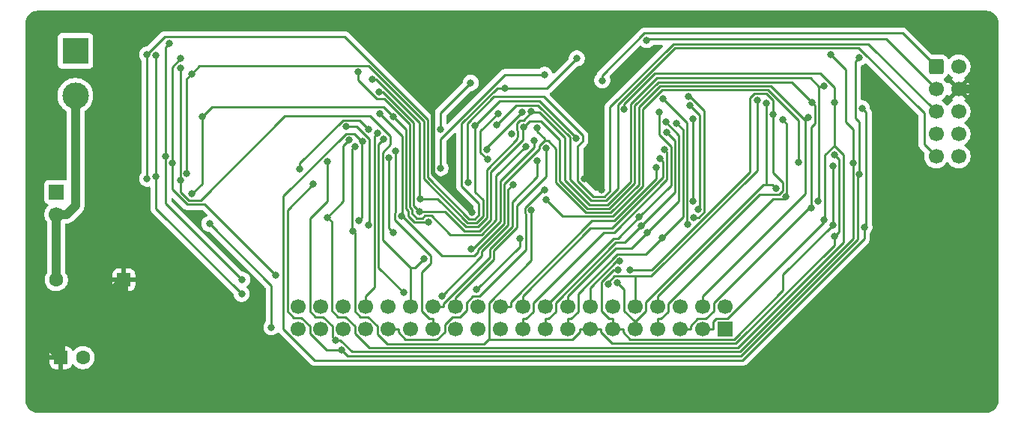
<source format=gbr>
%TF.GenerationSoftware,KiCad,Pcbnew,9.0.2*%
%TF.CreationDate,2025-07-22T08:12:46+02:00*%
%TF.ProjectId,p2000t-ram-expansion-board-128-512-smd-cpld,70323030-3074-42d7-9261-6d2d65787061,4*%
%TF.SameCoordinates,Original*%
%TF.FileFunction,Copper,L2,Bot*%
%TF.FilePolarity,Positive*%
%FSLAX46Y46*%
G04 Gerber Fmt 4.6, Leading zero omitted, Abs format (unit mm)*
G04 Created by KiCad (PCBNEW 9.0.2) date 2025-07-22 08:12:46*
%MOMM*%
%LPD*%
G01*
G04 APERTURE LIST*
G04 Aperture macros list*
%AMRoundRect*
0 Rectangle with rounded corners*
0 $1 Rounding radius*
0 $2 $3 $4 $5 $6 $7 $8 $9 X,Y pos of 4 corners*
0 Add a 4 corners polygon primitive as box body*
4,1,4,$2,$3,$4,$5,$6,$7,$8,$9,$2,$3,0*
0 Add four circle primitives for the rounded corners*
1,1,$1+$1,$2,$3*
1,1,$1+$1,$4,$5*
1,1,$1+$1,$6,$7*
1,1,$1+$1,$8,$9*
0 Add four rect primitives between the rounded corners*
20,1,$1+$1,$2,$3,$4,$5,0*
20,1,$1+$1,$4,$5,$6,$7,0*
20,1,$1+$1,$6,$7,$8,$9,0*
20,1,$1+$1,$8,$9,$2,$3,0*%
G04 Aperture macros list end*
%TA.AperFunction,ComponentPad*%
%ADD10RoundRect,0.250000X0.550000X0.550000X-0.550000X0.550000X-0.550000X-0.550000X0.550000X-0.550000X0*%
%TD*%
%TA.AperFunction,ComponentPad*%
%ADD11C,1.600000*%
%TD*%
%TA.AperFunction,ComponentPad*%
%ADD12RoundRect,0.250000X-0.600000X-0.600000X0.600000X-0.600000X0.600000X0.600000X-0.600000X0.600000X0*%
%TD*%
%TA.AperFunction,ComponentPad*%
%ADD13C,1.700000*%
%TD*%
%TA.AperFunction,ComponentPad*%
%ADD14R,1.700000X1.700000*%
%TD*%
%TA.AperFunction,ComponentPad*%
%ADD15RoundRect,0.250000X-0.550000X-0.550000X0.550000X-0.550000X0.550000X0.550000X-0.550000X0.550000X0*%
%TD*%
%TA.AperFunction,ComponentPad*%
%ADD16R,3.000000X3.000000*%
%TD*%
%TA.AperFunction,ComponentPad*%
%ADD17C,3.000000*%
%TD*%
%TA.AperFunction,ViaPad*%
%ADD18C,0.800000*%
%TD*%
%TA.AperFunction,Conductor*%
%ADD19C,0.250000*%
%TD*%
%TA.AperFunction,Conductor*%
%ADD20C,1.000000*%
%TD*%
%TA.AperFunction,Conductor*%
%ADD21C,0.500000*%
%TD*%
G04 APERTURE END LIST*
D10*
%TO.P,D1,1,K*%
%TO.N,+5V*%
X31115000Y-74930000D03*
D11*
%TO.P,D1,2,A*%
%TO.N,VCC*%
X23495000Y-74930000D03*
%TD*%
D12*
%TO.P,J4,1,TCK*%
%TO.N,TCK*%
X122936000Y-50800000D03*
D13*
%TO.P,J4,2,GND*%
%TO.N,GND*%
X125476000Y-50800000D03*
%TO.P,J4,3,TDO*%
%TO.N,TDO*%
X122936000Y-53340000D03*
%TO.P,J4,4,VccT*%
%TO.N,+5V*%
X125476000Y-53340000D03*
%TO.P,J4,5,TMS*%
%TO.N,TMS*%
X122936000Y-55880000D03*
%TO.P,J4,6,NC*%
%TO.N,unconnected-(J4-NC-Pad6)*%
X125476000Y-55880000D03*
%TO.P,J4,7,NC*%
%TO.N,unconnected-(J4-NC-Pad7)*%
X122936000Y-58420000D03*
%TO.P,J4,8,NC*%
%TO.N,unconnected-(J4-NC-Pad8)*%
X125476000Y-58420000D03*
%TO.P,J4,9,TDI*%
%TO.N,TDI*%
X122936000Y-60960000D03*
%TO.P,J4,10,GND*%
%TO.N,GND*%
X125476000Y-60960000D03*
%TD*%
D14*
%TO.P,J2,1,Pin_1*%
%TO.N,GND*%
X23500000Y-64990000D03*
D13*
%TO.P,J2,2,Pin_2*%
%TO.N,VCC*%
X23500000Y-67530000D03*
%TD*%
D15*
%TO.P,C3,1*%
%TO.N,+5V*%
X24000000Y-83750000D03*
D11*
%TO.P,C3,2*%
%TO.N,GND*%
X26500000Y-83750000D03*
%TD*%
D16*
%TO.P,J3,1,Pin_1*%
%TO.N,GND*%
X25658000Y-49020000D03*
D17*
%TO.P,J3,2,Pin_2*%
%TO.N,VCC*%
X25658000Y-54100000D03*
%TD*%
D14*
%TO.P,J1,1,Pin_1*%
%TO.N,GND*%
X99055000Y-80518000D03*
D13*
%TO.P,J1,2,Pin_2*%
%TO.N,unconnected-(J1-Pin_2-Pad2)*%
X99055000Y-77978000D03*
%TO.P,J1,3,Pin_3*%
%TO.N,D0*%
X96515000Y-80518000D03*
%TO.P,J1,4,Pin_4*%
%TO.N,D1*%
X96515000Y-77978000D03*
%TO.P,J1,5,Pin_5*%
%TO.N,D2*%
X93975000Y-80518000D03*
%TO.P,J1,6,Pin_6*%
%TO.N,D3*%
X93975000Y-77978000D03*
%TO.P,J1,7,Pin_7*%
%TO.N,D4*%
X91435000Y-80518000D03*
%TO.P,J1,8,Pin_8*%
%TO.N,D5*%
X91435000Y-77978000D03*
%TO.P,J1,9,Pin_9*%
%TO.N,D6*%
X88895000Y-80518000D03*
%TO.P,J1,10,Pin_10*%
%TO.N,D7*%
X88895000Y-77978000D03*
%TO.P,J1,11,Pin_11*%
%TO.N,A0*%
X86355000Y-80518000D03*
%TO.P,J1,12,Pin_12*%
%TO.N,A1*%
X86355000Y-77978000D03*
%TO.P,J1,13,Pin_13*%
%TO.N,A2*%
X83815000Y-80518000D03*
%TO.P,J1,14,Pin_14*%
%TO.N,A3*%
X83815000Y-77978000D03*
%TO.P,J1,15,Pin_15*%
%TO.N,A4*%
X81275000Y-80518000D03*
%TO.P,J1,16,Pin_16*%
%TO.N,A5*%
X81275000Y-77978000D03*
%TO.P,J1,17,Pin_17*%
%TO.N,A6*%
X78735000Y-80518000D03*
%TO.P,J1,18,Pin_18*%
%TO.N,A7*%
X78735000Y-77978000D03*
%TO.P,J1,19,Pin_19*%
%TO.N,A8*%
X76195000Y-80518000D03*
%TO.P,J1,20,Pin_20*%
%TO.N,A9*%
X76195000Y-77978000D03*
%TO.P,J1,21,Pin_21*%
%TO.N,A10*%
X73655000Y-80518000D03*
%TO.P,J1,22,Pin_22*%
%TO.N,A11*%
X73655000Y-77978000D03*
%TO.P,J1,23,Pin_23*%
%TO.N,A12*%
X71115000Y-80518000D03*
%TO.P,J1,24,Pin_24*%
%TO.N,A13*%
X71115000Y-77978000D03*
%TO.P,J1,25,Pin_25*%
%TO.N,A14*%
X68575000Y-80518000D03*
%TO.P,J1,26,Pin_26*%
%TO.N,RAMS2*%
X68575000Y-77978000D03*
%TO.P,J1,27,Pin_27*%
%TO.N,~{MRQ}*%
X66035000Y-80518000D03*
%TO.P,J1,28,Pin_28*%
%TO.N,~{RD}*%
X66035000Y-77978000D03*
%TO.P,J1,29,Pin_29*%
%TO.N,unconnected-(J1-Pin_29-Pad29)*%
X63495000Y-80518000D03*
%TO.P,J1,30,Pin_30*%
%TO.N,~{WR}*%
X63495000Y-77978000D03*
%TO.P,J1,31,Pin_31*%
%TO.N,~{IORQ}*%
X60955000Y-80518000D03*
%TO.P,J1,32,Pin_32*%
%TO.N,unconnected-(J1-Pin_32-Pad32)*%
X60955000Y-77978000D03*
%TO.P,J1,33,Pin_33*%
%TO.N,unconnected-(J1-Pin_33-Pad33)*%
X58415000Y-80518000D03*
%TO.P,J1,34,Pin_34*%
%TO.N,~{RES}*%
X58415000Y-77978000D03*
%TO.P,J1,35,Pin_35*%
%TO.N,unconnected-(J1-Pin_35-Pad35)*%
X55875000Y-80518000D03*
%TO.P,J1,36,Pin_36*%
%TO.N,unconnected-(J1-Pin_36-Pad36)*%
X55875000Y-77978000D03*
%TO.P,J1,37,Pin_37*%
%TO.N,unconnected-(J1-Pin_37-Pad37)*%
X53335000Y-80518000D03*
%TO.P,J1,38,Pin_38*%
%TO.N,unconnected-(J1-Pin_38-Pad38)*%
X53335000Y-77978000D03*
%TO.P,J1,39,Pin_39*%
%TO.N,unconnected-(J1-Pin_39-Pad39)*%
X50795000Y-80518000D03*
%TO.P,J1,40,Pin_40*%
%TO.N,unconnected-(J1-Pin_40-Pad40)*%
X50795000Y-77978000D03*
%TD*%
D18*
%TO.N,D2*%
X76290000Y-57695000D03*
%TO.N,D3*%
X77169502Y-55908000D03*
%TO.N,R3*%
X96020000Y-66941800D03*
X95091100Y-55175700D03*
X58781200Y-57901800D03*
X51032700Y-62423900D03*
%TO.N,R1*%
X95526900Y-67863200D03*
X94964000Y-54175500D03*
X65556200Y-68412900D03*
X61597400Y-56495700D03*
X39945900Y-56509900D03*
X38797300Y-65212100D03*
%TO.N,R2*%
X95481200Y-66066100D03*
X95468400Y-56686700D03*
X38761700Y-51622700D03*
X70775400Y-57478900D03*
X38244400Y-62867400D03*
X82242800Y-58946800D03*
%TO.N,R0*%
X33750800Y-49437300D03*
X74193100Y-53233200D03*
X82330400Y-49873600D03*
X33750800Y-63496200D03*
%TO.N,TDI*%
X73270200Y-57384600D03*
%TO.N,TCK*%
X85195200Y-52365700D03*
%TO.N,TDO*%
X90227900Y-47800100D03*
%TO.N,~{CS4}*%
X78821000Y-65858700D03*
X107406200Y-61622300D03*
%TO.N,~{CS1}*%
X57586700Y-51429600D03*
X76532900Y-59839900D03*
%TO.N,TMS*%
X70065000Y-63896300D03*
%TO.N,~{CS3}*%
X72161100Y-60229200D03*
X76170300Y-55948000D03*
%TO.N,+5V*%
X85090000Y-64770000D03*
X32385000Y-64770000D03*
X31750000Y-50800000D03*
X66040000Y-50800000D03*
X70485000Y-67310000D03*
X83185000Y-63500000D03*
X83820000Y-50165000D03*
%TO.N,~{CS2}*%
X77495400Y-59149500D03*
X70419700Y-71488400D03*
%TO.N,GND*%
X74930000Y-58420000D03*
%TO.N,~{RES}*%
X59798000Y-58303900D03*
%TO.N,~{IORQ}*%
X78664500Y-64734500D03*
%TO.N,~{WR}*%
X37559900Y-63649400D03*
X65072800Y-72563800D03*
X37559900Y-50940000D03*
%TO.N,~{RD}*%
X113525300Y-61734900D03*
X77821800Y-61434700D03*
X55043000Y-81759300D03*
X111022900Y-49407300D03*
X54141100Y-61519400D03*
%TO.N,~{MRQ}*%
X61827100Y-60351100D03*
%TO.N,RAMS2*%
X78838300Y-60043700D03*
%TO.N,A14*%
X67057600Y-76793800D03*
X75108000Y-64161900D03*
X72206600Y-61300100D03*
X73438400Y-56116800D03*
%TO.N,A13*%
X62769700Y-76396500D03*
X60505300Y-59011200D03*
X66917600Y-57915200D03*
X70330400Y-52644200D03*
%TO.N,A12*%
X92065800Y-54455000D03*
X94865300Y-68622200D03*
X71016400Y-76067400D03*
X75847900Y-70251100D03*
%TO.N,A11*%
X91309500Y-62230900D03*
X35844600Y-60967900D03*
X44497200Y-74940400D03*
X36255800Y-48162500D03*
%TO.N,A10*%
X55716900Y-82911900D03*
X114279600Y-62992000D03*
X114246500Y-49799700D03*
X52539900Y-64117800D03*
%TO.N,A9*%
X36569800Y-61691700D03*
X91741700Y-61230700D03*
X37562600Y-49890500D03*
X48286100Y-74412500D03*
%TO.N,A8*%
X34753900Y-63216300D03*
X34764000Y-49525700D03*
X92209700Y-60191800D03*
X44437800Y-76543800D03*
%TO.N,A7*%
X89346000Y-67845100D03*
X91606000Y-55940400D03*
%TO.N,A6*%
X89571900Y-68849100D03*
X92514700Y-58284400D03*
%TO.N,A5*%
X90286200Y-69574200D03*
X92354700Y-57099000D03*
%TO.N,A4*%
X91959200Y-70202200D03*
X93598700Y-57205800D03*
X47806300Y-80323600D03*
X40804500Y-68594800D03*
%TO.N,A3*%
X58742000Y-68715500D03*
X56248700Y-57583100D03*
X87188200Y-72808200D03*
%TO.N,A2*%
X57032700Y-69413100D03*
X111434100Y-70041600D03*
X111468000Y-60804800D03*
X57245500Y-59853500D03*
X77179900Y-67066100D03*
%TO.N,A1*%
X114554400Y-55534300D03*
X114816000Y-68992000D03*
X58082800Y-59276300D03*
X57720600Y-68228100D03*
%TO.N,A0*%
X111244700Y-68712400D03*
X111244700Y-62049500D03*
X61542700Y-69553900D03*
X61092500Y-61105700D03*
X86958800Y-73808400D03*
%TO.N,D7*%
X102699300Y-54612700D03*
X85890400Y-75427700D03*
%TO.N,D6*%
X86890600Y-75258600D03*
X104876900Y-64567300D03*
X103708000Y-54945600D03*
%TO.N,D5*%
X104469000Y-56246800D03*
X88338800Y-73803300D03*
%TO.N,D4*%
X105570300Y-56806900D03*
X105932000Y-65563400D03*
X78652400Y-51718900D03*
X66917200Y-62294600D03*
%TO.N,D3*%
X64654400Y-65752400D03*
X59214000Y-52198100D03*
X109625800Y-66059400D03*
X110229200Y-53000300D03*
%TO.N,D2*%
X64560600Y-67218900D03*
X60004500Y-53668900D03*
X108833400Y-66841500D03*
X108899300Y-54825300D03*
%TO.N,D1*%
X108471700Y-56569000D03*
X60034200Y-56160100D03*
X62510000Y-67742600D03*
X77854221Y-57700831D03*
%TO.N,D0*%
X110265700Y-68117800D03*
X54133100Y-67863900D03*
X56550100Y-59134300D03*
X111434400Y-54895300D03*
X87690000Y-55666200D03*
%TD*%
D19*
%TO.N,D2*%
X106611200Y-52537200D02*
X108899300Y-54825300D01*
X91549400Y-52537200D02*
X106611200Y-52537200D01*
X88881500Y-55205100D02*
X91549400Y-52537200D01*
X83536500Y-66872700D02*
X85985300Y-66872700D01*
X85985300Y-66872700D02*
X88881500Y-63976500D01*
X80406300Y-63742500D02*
X83536500Y-66872700D01*
X80406300Y-59129300D02*
X80406300Y-63742500D01*
X78251831Y-56974831D02*
X80406300Y-59129300D01*
X77010169Y-56974831D02*
X78251831Y-56974831D01*
X88881500Y-63976500D02*
X88881500Y-55205100D01*
X76290000Y-57695000D02*
X77010169Y-56974831D01*
X76290000Y-57695000D02*
X76380000Y-57785000D01*
X76228600Y-57756400D02*
X76228600Y-59083600D01*
X76290000Y-57695000D02*
X76228600Y-57756400D01*
X76228600Y-59083600D02*
X72615300Y-62696900D01*
%TO.N,D3*%
X77213602Y-55952100D02*
X77169502Y-55908000D01*
X78081700Y-55952100D02*
X77213602Y-55952100D01*
X75903055Y-56853055D02*
X76291965Y-56853055D01*
X77169502Y-55975518D02*
X77169502Y-55908000D01*
X75565000Y-57191110D02*
X75903055Y-56853055D01*
X76291965Y-56853055D02*
X77169502Y-55975518D01*
X75565000Y-57723900D02*
X75565000Y-57191110D01*
%TO.N,D2*%
X67440200Y-67218900D02*
X64560600Y-67218900D01*
X69609300Y-69388000D02*
X67440200Y-67218900D01*
X71347300Y-69388000D02*
X69609300Y-69388000D01*
X72615300Y-68120000D02*
X71347300Y-69388000D01*
X72615300Y-62696900D02*
X72615300Y-68120000D01*
%TO.N,D3*%
X66610300Y-65752400D02*
X64654400Y-65752400D01*
X69795800Y-68937900D02*
X66610300Y-65752400D01*
X71160800Y-68937900D02*
X69795800Y-68937900D01*
X72165200Y-67933500D02*
X71160800Y-68937900D01*
X75565000Y-59045600D02*
X72165200Y-62445400D01*
X72165200Y-62445400D02*
X72165200Y-67933500D01*
X75656000Y-58720720D02*
X75565000Y-58811720D01*
X75656000Y-58119280D02*
X75656000Y-58720720D01*
X75565000Y-58028280D02*
X75656000Y-58119280D01*
X75565000Y-57723900D02*
X75565000Y-58028280D01*
X75565000Y-58811720D02*
X75565000Y-59045600D01*
%TO.N,D1*%
X78643400Y-58958400D02*
X78643400Y-59213200D01*
X77832500Y-58147500D02*
X78643400Y-58958400D01*
X77832500Y-57971000D02*
X77832500Y-58147500D01*
X77854221Y-57949279D02*
X77832500Y-57971000D01*
X77854221Y-57700831D02*
X77854221Y-57949279D01*
%TO.N,~{CS2}*%
X70520100Y-71488400D02*
X70419700Y-71488400D01*
X73656300Y-68352200D02*
X70520100Y-71488400D01*
X73656300Y-63771300D02*
X73656300Y-68352200D01*
X77495400Y-59149500D02*
X77495400Y-59932200D01*
X77495400Y-59932200D02*
X73656300Y-63771300D01*
%TO.N,R3*%
X57737400Y-56858000D02*
X58781200Y-57901800D01*
X55917800Y-56858000D02*
X57737400Y-56858000D01*
X51032700Y-61743100D02*
X55917800Y-56858000D01*
X51032700Y-62423900D02*
X51032700Y-61743100D01*
X96214700Y-66747100D02*
X96020000Y-66941800D01*
X96214700Y-56299300D02*
X96214700Y-66747100D01*
X95091100Y-55175700D02*
X96214700Y-56299300D01*
%TO.N,R1*%
X41048600Y-55407200D02*
X39945900Y-56509900D01*
X60508900Y-55407200D02*
X41048600Y-55407200D01*
X61597400Y-56495700D02*
X60508900Y-55407200D01*
X39945900Y-64063500D02*
X38797300Y-65212100D01*
X39945900Y-56509900D02*
X39945900Y-64063500D01*
X95133500Y-54175500D02*
X94964000Y-54175500D01*
X96745100Y-55787100D02*
X95133500Y-54175500D01*
X96745100Y-67242200D02*
X96745100Y-55787100D01*
X96124100Y-67863200D02*
X96745100Y-67242200D01*
X95526900Y-67863200D02*
X96124100Y-67863200D01*
X63002300Y-57900600D02*
X61597400Y-56495700D01*
X63002300Y-66908700D02*
X63002300Y-57900600D01*
X63258100Y-67164500D02*
X63002300Y-66908700D01*
X63258100Y-67690900D02*
X63258100Y-67164500D01*
X63980100Y-68412900D02*
X63258100Y-67690900D01*
X65556200Y-68412900D02*
X63980100Y-68412900D01*
%TO.N,R2*%
X38244400Y-52140000D02*
X38244400Y-62867400D01*
X38761700Y-51622700D02*
X38244400Y-52140000D01*
X95468400Y-66053300D02*
X95481200Y-66066100D01*
X95468400Y-56686700D02*
X95468400Y-66053300D01*
X82242800Y-58837900D02*
X82242800Y-58946800D01*
X78076200Y-54671300D02*
X82242800Y-58837900D01*
X73631700Y-54671300D02*
X78076200Y-54671300D01*
X70824100Y-57478900D02*
X73631700Y-54671300D01*
X70775400Y-57478900D02*
X70824100Y-57478900D01*
X39680000Y-50704400D02*
X38761700Y-51622700D01*
X58746000Y-50704400D02*
X39680000Y-50704400D01*
X65012400Y-56970800D02*
X58746000Y-50704400D01*
X65012400Y-63518000D02*
X65012400Y-56970800D01*
X69982200Y-68487800D02*
X65012400Y-63518000D01*
X70974300Y-68487800D02*
X69982200Y-68487800D01*
X71715100Y-67747000D02*
X70974300Y-68487800D01*
X71715100Y-65905800D02*
X71715100Y-67747000D01*
X70824100Y-65014800D02*
X71715100Y-65905800D01*
X70824100Y-57478900D02*
X70824100Y-65014800D01*
%TO.N,R0*%
X78970800Y-53233200D02*
X82330400Y-49873600D01*
X74193100Y-53233200D02*
X78970800Y-53233200D01*
X35750900Y-47437200D02*
X33750800Y-49437300D01*
X56115600Y-47437200D02*
X35750900Y-47437200D01*
X65464800Y-56786400D02*
X56115600Y-47437200D01*
X65464800Y-63333700D02*
X65464800Y-56786400D01*
X70168800Y-68037700D02*
X65464800Y-63333700D01*
X70787800Y-68037700D02*
X70168800Y-68037700D01*
X71265000Y-67560500D02*
X70787800Y-68037700D01*
X71265000Y-66317100D02*
X71265000Y-67560500D01*
X69320000Y-64372100D02*
X71265000Y-66317100D01*
X69320000Y-57222500D02*
X69320000Y-64372100D01*
X73309300Y-53233200D02*
X69320000Y-57222500D01*
X74193100Y-53233200D02*
X73309300Y-53233200D01*
X33750800Y-49437300D02*
X33750800Y-63496200D01*
D20*
%TO.N,VCC*%
X23495000Y-67535000D02*
X23500000Y-67530000D01*
X23495000Y-74930000D02*
X23495000Y-67535000D01*
X25658000Y-66574100D02*
X25658000Y-54100000D01*
X24702100Y-67530000D02*
X25658000Y-66574100D01*
X23500000Y-67530000D02*
X24702100Y-67530000D01*
D19*
%TO.N,TDI*%
X121571200Y-59595200D02*
X122936000Y-60960000D01*
X121571200Y-56064100D02*
X121571200Y-59595200D01*
X114188100Y-48681000D02*
X121571200Y-56064100D01*
X93427700Y-48681000D02*
X114188100Y-48681000D01*
X86964800Y-55143900D02*
X93427700Y-48681000D01*
X86964800Y-64619900D02*
X86964800Y-55143900D01*
X85612300Y-65972400D02*
X86964800Y-64619900D01*
X83909500Y-65972400D02*
X85612300Y-65972400D01*
X81517700Y-63580600D02*
X83909500Y-65972400D01*
X81517700Y-58751400D02*
X81517700Y-63580600D01*
X77949300Y-55183000D02*
X81517700Y-58751400D01*
X75471800Y-55183000D02*
X77949300Y-55183000D01*
X73270200Y-57384600D02*
X75471800Y-55183000D01*
%TO.N,TCK*%
X85195200Y-51782200D02*
X85195200Y-52365700D01*
X89947800Y-47029600D02*
X85195200Y-51782200D01*
X119165600Y-47029600D02*
X89947800Y-47029600D01*
X122936000Y-50800000D02*
X119165600Y-47029600D01*
%TO.N,TDO*%
X117298600Y-47702600D02*
X122936000Y-53340000D01*
X90325400Y-47702600D02*
X117298600Y-47702600D01*
X90227900Y-47800100D02*
X90325400Y-47702600D01*
%TO.N,~{CS4}*%
X107406200Y-56899600D02*
X107406200Y-61622300D01*
X103944000Y-53437400D02*
X107406200Y-56899600D01*
X92007700Y-53437400D02*
X103944000Y-53437400D01*
X89781700Y-55663400D02*
X92007700Y-53437400D01*
X89781700Y-64349500D02*
X89781700Y-55663400D01*
X86358300Y-67772900D02*
X89781700Y-64349500D01*
X80735200Y-67772900D02*
X86358300Y-67772900D01*
X78821000Y-65858700D02*
X80735200Y-67772900D01*
%TO.N,~{CS1}*%
X57586700Y-52337900D02*
X57586700Y-51429600D01*
X59711200Y-54462400D02*
X57586700Y-52337900D01*
X60589600Y-54462400D02*
X59711200Y-54462400D01*
X63452400Y-57325200D02*
X60589600Y-54462400D01*
X63452400Y-66722200D02*
X63452400Y-57325200D01*
X63708300Y-66978100D02*
X63452400Y-66722200D01*
X63708300Y-67409900D02*
X63708300Y-66978100D01*
X64242500Y-67944100D02*
X63708300Y-67409900D01*
X64860900Y-67944100D02*
X64242500Y-67944100D01*
X65117200Y-67687800D02*
X64860900Y-67944100D01*
X65856600Y-67687800D02*
X65117200Y-67687800D01*
X68006900Y-69838100D02*
X65856600Y-67687800D01*
X71533800Y-69838100D02*
X68006900Y-69838100D01*
X73206200Y-68165700D02*
X71533800Y-69838100D01*
X73206200Y-63166600D02*
X73206200Y-68165700D01*
X76532900Y-59839900D02*
X73206200Y-63166600D01*
%TO.N,TMS*%
X69978700Y-63810000D02*
X70065000Y-63896300D01*
X69978700Y-57200500D02*
X69978700Y-63810000D01*
X72958100Y-54221100D02*
X69978700Y-57200500D01*
X78618700Y-54221100D02*
X72958100Y-54221100D01*
X82967900Y-58570300D02*
X78618700Y-54221100D01*
X82967900Y-59247200D02*
X82967900Y-58570300D01*
X82410500Y-59804600D02*
X82967900Y-59247200D01*
X82410500Y-63753600D02*
X82410500Y-59804600D01*
X84179100Y-65522200D02*
X82410500Y-63753600D01*
X85425800Y-65522200D02*
X84179100Y-65522200D01*
X86064500Y-64883500D02*
X85425800Y-65522200D01*
X86064500Y-55402400D02*
X86064500Y-64883500D01*
X93239400Y-48227500D02*
X86064500Y-55402400D01*
X115283500Y-48227500D02*
X93239400Y-48227500D01*
X122936000Y-55880000D02*
X115283500Y-48227500D01*
%TO.N,~{CS3}*%
X72161100Y-59957200D02*
X76170300Y-55948000D01*
X72161100Y-60229200D02*
X72161100Y-59957200D01*
D21*
%TO.N,+5V*%
X83820000Y-63500000D02*
X85090000Y-64770000D01*
X83185000Y-63500000D02*
X83820000Y-63500000D01*
X31750000Y-64135000D02*
X32385000Y-64770000D01*
X31750000Y-50800000D02*
X31750000Y-64135000D01*
D20*
X31750000Y-49429200D02*
X31750000Y-50800000D01*
X27305000Y-44984200D02*
X31750000Y-49429200D01*
X128270000Y-53340000D02*
X125476000Y-53340000D01*
X128905000Y-53975000D02*
X128270000Y-53340000D01*
D21*
X66040000Y-50800000D02*
X66040000Y-44984200D01*
D20*
X27305000Y-44984200D02*
X66040000Y-44984200D01*
D21*
X83820000Y-62865000D02*
X83820000Y-50165000D01*
X83185000Y-63500000D02*
X83820000Y-62865000D01*
X66040000Y-62865000D02*
X66040000Y-50800000D01*
X70485000Y-67310000D02*
X66040000Y-62865000D01*
D20*
X20510000Y-80260000D02*
X24000000Y-83750000D01*
X20510000Y-48705000D02*
X20510000Y-80260000D01*
X24230800Y-44984200D02*
X20510000Y-48705000D01*
X27305000Y-44984200D02*
X24230800Y-44984200D01*
D21*
X83820000Y-45619200D02*
X83185000Y-44984200D01*
X83820000Y-50165000D02*
X83820000Y-45619200D01*
D20*
X127534000Y-44984200D02*
X83185000Y-44984200D01*
X128905000Y-46355000D02*
X127534000Y-44984200D01*
X128905000Y-53975000D02*
X128905000Y-46355000D01*
X83185000Y-44984200D02*
X66040000Y-44984200D01*
X24000000Y-82045000D02*
X31115000Y-74930000D01*
X24000000Y-83750000D02*
X24000000Y-82045000D01*
X128905000Y-88265000D02*
X128905000Y-53975000D01*
X128270000Y-88900000D02*
X128905000Y-88265000D01*
X32385000Y-88900000D02*
X128270000Y-88900000D01*
X31115000Y-87630000D02*
X32385000Y-88900000D01*
X31115000Y-74930000D02*
X31115000Y-87630000D01*
D19*
%TO.N,~{RES}*%
X58415000Y-77978000D02*
X58415000Y-76802900D01*
X59467200Y-58634700D02*
X59798000Y-58303900D01*
X59467200Y-75750700D02*
X59467200Y-58634700D01*
X58415000Y-76802900D02*
X59467200Y-75750700D01*
%TO.N,~{IORQ}*%
X60955000Y-80518000D02*
X62130100Y-80518000D01*
X62130100Y-80885200D02*
X62130100Y-80518000D01*
X62962800Y-81717900D02*
X62130100Y-80885200D01*
X66500900Y-81717900D02*
X62962800Y-81717900D01*
X67399800Y-80819000D02*
X66500900Y-81717900D01*
X67399800Y-79992300D02*
X67399800Y-80819000D01*
X68238900Y-79153200D02*
X67399800Y-79992300D01*
X69100700Y-79153200D02*
X68238900Y-79153200D01*
X69845000Y-78408900D02*
X69100700Y-79153200D01*
X69845000Y-77541000D02*
X69845000Y-78408900D01*
X70593500Y-76792500D02*
X69845000Y-77541000D01*
X71316800Y-76792500D02*
X70593500Y-76792500D01*
X76573000Y-71536300D02*
X71316800Y-76792500D01*
X76573000Y-67484600D02*
X76573000Y-71536300D01*
X76454800Y-67366400D02*
X76573000Y-67484600D01*
X76454800Y-66765800D02*
X76454800Y-67366400D01*
X78486100Y-64734500D02*
X76454800Y-66765800D01*
X78664500Y-64734500D02*
X78486100Y-64734500D01*
%TO.N,~{WR}*%
X63495000Y-77978000D02*
X63495000Y-73600000D01*
X64036600Y-73600000D02*
X65072800Y-72563800D01*
X63495000Y-73600000D02*
X64036600Y-73600000D01*
X37519300Y-63608800D02*
X37559900Y-63649400D01*
X37519300Y-50980600D02*
X37519300Y-63608800D01*
X37559900Y-50940000D02*
X37519300Y-50980600D01*
X37559900Y-65028700D02*
X37559900Y-63649400D01*
X38479200Y-65948000D02*
X37559900Y-65028700D01*
X39778400Y-65948000D02*
X38479200Y-65948000D01*
X49318500Y-56407900D02*
X39778400Y-65948000D01*
X58927700Y-56407900D02*
X49318500Y-56407900D01*
X61230400Y-58710600D02*
X58927700Y-56407900D01*
X61230400Y-59636300D02*
X61230400Y-58710600D01*
X60367400Y-60499300D02*
X61230400Y-59636300D01*
X60367400Y-70472400D02*
X60367400Y-60499300D01*
X63495000Y-73600000D02*
X60367400Y-70472400D01*
%TO.N,~{RD}*%
X66035000Y-77978000D02*
X67210100Y-77978000D01*
X67210100Y-77667000D02*
X67210100Y-77978000D01*
X72495200Y-72381900D02*
X67210100Y-77667000D01*
X72495200Y-71423100D02*
X72495200Y-72381900D01*
X75006700Y-68911600D02*
X72495200Y-71423100D01*
X75006700Y-66082600D02*
X75006700Y-68911600D01*
X77821800Y-63267500D02*
X75006700Y-66082600D01*
X77821800Y-61434700D02*
X77821800Y-63267500D01*
X112752600Y-51137000D02*
X111022900Y-49407300D01*
X112752600Y-57101600D02*
X112752600Y-51137000D01*
X113525300Y-57874300D02*
X112752600Y-57101600D01*
X113525300Y-61734900D02*
X113525300Y-57874300D01*
X55589800Y-81759300D02*
X55043000Y-81759300D01*
X56909200Y-83078700D02*
X55589800Y-81759300D01*
X100747600Y-83078700D02*
X56909200Y-83078700D01*
X113525300Y-70301000D02*
X100747600Y-83078700D01*
X113525300Y-61734900D02*
X113525300Y-70301000D01*
X54141100Y-66035100D02*
X54141100Y-61519400D01*
X52154800Y-68021400D02*
X54141100Y-66035100D01*
X52154800Y-78498700D02*
X52154800Y-68021400D01*
X52809300Y-79153200D02*
X52154800Y-78498700D01*
X53634300Y-79153200D02*
X52809300Y-79153200D01*
X54699900Y-80218800D02*
X53634300Y-79153200D01*
X54699900Y-81416200D02*
X54699900Y-80218800D01*
X55043000Y-81759300D02*
X54699900Y-81416200D01*
%TO.N,~{MRQ}*%
X61827100Y-67333400D02*
X61827100Y-60351100D01*
X61775800Y-67384700D02*
X61827100Y-67333400D01*
X61775800Y-68197400D02*
X61775800Y-67384700D01*
X65801600Y-72223200D02*
X61775800Y-68197400D01*
X65801600Y-73060200D02*
X65801600Y-72223200D01*
X64816300Y-74045500D02*
X65801600Y-73060200D01*
X64816300Y-78491400D02*
X64816300Y-74045500D01*
X65667800Y-79342900D02*
X64816300Y-78491400D01*
X66035000Y-79342900D02*
X65667800Y-79342900D01*
X66035000Y-80518000D02*
X66035000Y-79342900D01*
%TO.N,RAMS2*%
X68575000Y-76985900D02*
X68575000Y-77978000D01*
X72945400Y-72615500D02*
X68575000Y-76985900D01*
X72945400Y-71609500D02*
X72945400Y-72615500D01*
X75533800Y-69021100D02*
X72945400Y-71609500D01*
X75533800Y-66583800D02*
X75533800Y-69021100D01*
X78838300Y-63279300D02*
X75533800Y-66583800D01*
X78838300Y-60043700D02*
X78838300Y-63279300D01*
%TO.N,A14*%
X71595000Y-72256400D02*
X67057600Y-76793800D01*
X71595000Y-71686700D02*
X71595000Y-72256400D01*
X74556500Y-68725200D02*
X71595000Y-71686700D01*
X74556500Y-64713400D02*
X74556500Y-68725200D01*
X75108000Y-64161900D02*
X74556500Y-64713400D01*
X71436000Y-58119200D02*
X73438400Y-56116800D01*
X71436000Y-60529500D02*
X71436000Y-58119200D01*
X72206600Y-61300100D02*
X71436000Y-60529500D01*
%TO.N,A13*%
X66917600Y-56057000D02*
X66917600Y-57915200D01*
X70330400Y-52644200D02*
X66917600Y-56057000D01*
X59917300Y-59599200D02*
X60505300Y-59011200D01*
X59917300Y-73544100D02*
X59917300Y-59599200D01*
X62769700Y-76396500D02*
X59917300Y-73544100D01*
%TO.N,A12*%
X94756000Y-57145200D02*
X92065800Y-54455000D01*
X94756000Y-68512900D02*
X94756000Y-57145200D01*
X94865300Y-68622200D02*
X94756000Y-68512900D01*
X75847900Y-71235900D02*
X75847900Y-70251100D01*
X71016400Y-76067400D02*
X75847900Y-71235900D01*
%TO.N,A11*%
X73655000Y-77978000D02*
X74830100Y-77978000D01*
X35844600Y-48573700D02*
X36255800Y-48162500D01*
X35844600Y-60967900D02*
X35844600Y-48573700D01*
X35844600Y-66287800D02*
X44497200Y-74940400D01*
X35844600Y-60967900D02*
X35844600Y-66287800D01*
X91309500Y-63458300D02*
X91309500Y-62230900D01*
X86544800Y-68223000D02*
X91309500Y-63458300D01*
X84053100Y-68223000D02*
X86544800Y-68223000D01*
X74830100Y-77446000D02*
X84053100Y-68223000D01*
X74830100Y-77978000D02*
X74830100Y-77446000D01*
%TO.N,A10*%
X113811900Y-50234300D02*
X114246500Y-49799700D01*
X113811900Y-56608400D02*
X113811900Y-50234300D01*
X114279600Y-57076100D02*
X113811900Y-56608400D01*
X114279600Y-62992000D02*
X114279600Y-57076100D01*
X56377300Y-83572300D02*
X55716900Y-82911900D01*
X100890600Y-83572300D02*
X56377300Y-83572300D01*
X114090900Y-70372000D02*
X100890600Y-83572300D01*
X114090900Y-63180700D02*
X114090900Y-70372000D01*
X114279600Y-62992000D02*
X114090900Y-63180700D01*
X49609900Y-67047800D02*
X52539900Y-64117800D01*
X49609900Y-78523900D02*
X49609900Y-67047800D01*
X50334000Y-79248000D02*
X49609900Y-78523900D01*
X51189100Y-79248000D02*
X50334000Y-79248000D01*
X52155000Y-80213900D02*
X51189100Y-79248000D01*
X52155000Y-81036300D02*
X52155000Y-80213900D01*
X54030600Y-82911900D02*
X52155000Y-81036300D01*
X55716900Y-82911900D02*
X54030600Y-82911900D01*
%TO.N,A9*%
X76195000Y-77978000D02*
X76195000Y-76802900D01*
X83881800Y-69116100D02*
X76195000Y-76802900D01*
X86289900Y-69116100D02*
X83881800Y-69116100D01*
X92034700Y-63371300D02*
X86289900Y-69116100D01*
X92034700Y-61523700D02*
X92034700Y-63371300D01*
X91741700Y-61230700D02*
X92034700Y-61523700D01*
X36569800Y-50883300D02*
X36569800Y-61691700D01*
X37562600Y-49890500D02*
X36569800Y-50883300D01*
X40271800Y-66398200D02*
X48286100Y-74412500D01*
X38286200Y-66398200D02*
X40271800Y-66398200D01*
X36569800Y-64681800D02*
X38286200Y-66398200D01*
X36569800Y-61691700D02*
X36569800Y-64681800D01*
%TO.N,A8*%
X34753900Y-49535800D02*
X34764000Y-49525700D01*
X34753900Y-63216300D02*
X34753900Y-49535800D01*
X76195000Y-80518000D02*
X76195000Y-79342900D01*
X34753900Y-66859900D02*
X34753900Y-63216300D01*
X44437800Y-76543800D02*
X34753900Y-66859900D01*
X76562300Y-79342900D02*
X76195000Y-79342900D01*
X77370100Y-78535100D02*
X76562300Y-79342900D01*
X77370100Y-77561700D02*
X77370100Y-78535100D01*
X85365600Y-69566200D02*
X77370100Y-77561700D01*
X86522500Y-69566200D02*
X85365600Y-69566200D01*
X92484800Y-63603900D02*
X86522500Y-69566200D01*
X92484800Y-60466900D02*
X92484800Y-63603900D01*
X92209700Y-60191800D02*
X92484800Y-60466900D01*
%TO.N,A7*%
X86949700Y-70241400D02*
X89346000Y-67845100D01*
X86471600Y-70241400D02*
X86949700Y-70241400D01*
X78735000Y-77978000D02*
X86471600Y-70241400D01*
X91606000Y-58539600D02*
X91606000Y-55940400D01*
X92950200Y-59883800D02*
X91606000Y-58539600D01*
X92950200Y-64240900D02*
X92950200Y-59883800D01*
X89346000Y-67845100D02*
X92950200Y-64240900D01*
%TO.N,A6*%
X78735000Y-80518000D02*
X78735000Y-79342900D01*
X87729500Y-70691500D02*
X89571900Y-68849100D01*
X86742000Y-70691500D02*
X87729500Y-70691500D01*
X79910100Y-77523400D02*
X86742000Y-70691500D01*
X79910100Y-78535100D02*
X79910100Y-77523400D01*
X79102300Y-79342900D02*
X79910100Y-78535100D01*
X78735000Y-79342900D02*
X79102300Y-79342900D01*
X93405700Y-59175400D02*
X92514700Y-58284400D01*
X93405700Y-65015300D02*
X93405700Y-59175400D01*
X89571900Y-68849100D02*
X93405700Y-65015300D01*
%TO.N,A5*%
X81275000Y-77978000D02*
X81275000Y-76802900D01*
X88493700Y-71366700D02*
X90286200Y-69574200D01*
X86711200Y-71366700D02*
X88493700Y-71366700D01*
X81275000Y-76802900D02*
X86711200Y-71366700D01*
X93855800Y-58600100D02*
X92354700Y-57099000D01*
X93855800Y-66004600D02*
X93855800Y-58600100D01*
X90286200Y-69574200D02*
X93855800Y-66004600D01*
%TO.N,A4*%
X81275000Y-80518000D02*
X81275000Y-79342900D01*
X47806300Y-75596600D02*
X40804500Y-68594800D01*
X47806300Y-80323600D02*
X47806300Y-75596600D01*
X90119600Y-72041800D02*
X91959200Y-70202200D01*
X86925500Y-72041800D02*
X90119600Y-72041800D01*
X82450100Y-76517200D02*
X86925500Y-72041800D01*
X82450100Y-78535100D02*
X82450100Y-76517200D01*
X81642300Y-79342900D02*
X82450100Y-78535100D01*
X81275000Y-79342900D02*
X81642300Y-79342900D01*
X94305900Y-57913000D02*
X93598700Y-57205800D01*
X94305900Y-67855500D02*
X94305900Y-57913000D01*
X91959200Y-70202200D02*
X94305900Y-67855500D01*
%TO.N,A3*%
X57421400Y-57583100D02*
X56248700Y-57583100D01*
X58854500Y-59016200D02*
X57421400Y-57583100D01*
X58854500Y-68603000D02*
X58854500Y-59016200D01*
X58742000Y-68715500D02*
X58854500Y-68603000D01*
X86847700Y-72808200D02*
X87188200Y-72808200D01*
X83815000Y-75840900D02*
X86847700Y-72808200D01*
X83815000Y-77978000D02*
X83815000Y-75840900D01*
%TO.N,A2*%
X111987200Y-61324000D02*
X111468000Y-60804800D01*
X111987200Y-69488500D02*
X111987200Y-61324000D01*
X111434100Y-70041600D02*
X111987200Y-69488500D01*
X111434100Y-71039400D02*
X111434100Y-70041600D01*
X100311400Y-82162100D02*
X111434100Y-71039400D01*
X86267000Y-82162100D02*
X100311400Y-82162100D01*
X84990100Y-80885200D02*
X86267000Y-82162100D01*
X84990100Y-80518000D02*
X84990100Y-80885200D01*
X83815000Y-80518000D02*
X84990100Y-80518000D01*
X56957300Y-60141700D02*
X57245500Y-59853500D01*
X56957300Y-69337700D02*
X56957300Y-60141700D01*
X57032700Y-69413100D02*
X56957300Y-69337700D01*
X83815000Y-80518000D02*
X82639900Y-80518000D01*
X72480000Y-81712100D02*
X72385000Y-81617100D01*
X81813000Y-81712100D02*
X72480000Y-81712100D01*
X82639900Y-80885200D02*
X81813000Y-81712100D01*
X82639900Y-80518000D02*
X82639900Y-80885200D01*
X57229200Y-69609600D02*
X57032700Y-69413100D01*
X57229200Y-78493100D02*
X57229200Y-69609600D01*
X57889300Y-79153200D02*
X57229200Y-78493100D01*
X58714300Y-79153200D02*
X57889300Y-79153200D01*
X59779800Y-80218700D02*
X58714300Y-79153200D01*
X59779800Y-81069500D02*
X59779800Y-80218700D01*
X60878400Y-82168100D02*
X59779800Y-81069500D01*
X71834000Y-82168100D02*
X60878400Y-82168100D01*
X72385000Y-81617100D02*
X71834000Y-82168100D01*
X77179900Y-72761700D02*
X77179900Y-67066100D01*
X72385000Y-77556600D02*
X77179900Y-72761700D01*
X72385000Y-81617100D02*
X72385000Y-77556600D01*
%TO.N,A1*%
X115013700Y-68794300D02*
X114816000Y-68992000D01*
X115013700Y-55993600D02*
X115013700Y-68794300D01*
X114554400Y-55534300D02*
X115013700Y-55993600D01*
X58010100Y-59276300D02*
X58082800Y-59276300D01*
X58010100Y-67938600D02*
X58010100Y-59276300D01*
X57720600Y-68228100D02*
X58010100Y-67938600D01*
X114816000Y-70283500D02*
X114816000Y-68992000D01*
X101043500Y-84056000D02*
X114816000Y-70283500D01*
X52665500Y-84056000D02*
X101043500Y-84056000D01*
X49159700Y-80550200D02*
X52665500Y-84056000D01*
X49159700Y-65456100D02*
X49159700Y-80550200D01*
X56206700Y-58409100D02*
X49159700Y-65456100D01*
X57142900Y-58409100D02*
X56206700Y-58409100D01*
X58010100Y-59276300D02*
X57142900Y-58409100D01*
%TO.N,A0*%
X86648800Y-80518000D02*
X87530100Y-80518000D01*
X111244700Y-68712400D02*
X111244700Y-62049500D01*
X86355000Y-80518000D02*
X86648800Y-80518000D01*
X87530100Y-80880800D02*
X87530100Y-80518000D01*
X88361200Y-81711900D02*
X87530100Y-80880800D01*
X100079600Y-81711900D02*
X88361200Y-81711900D01*
X105645700Y-76145800D02*
X100079600Y-81711900D01*
X105645700Y-74311400D02*
X105645700Y-76145800D01*
X111244700Y-68712400D02*
X105645700Y-74311400D01*
X86355000Y-80518000D02*
X86355000Y-79342900D01*
X86484100Y-73808400D02*
X86958800Y-73808400D01*
X85122300Y-75170200D02*
X86484100Y-73808400D01*
X85122300Y-78475500D02*
X85122300Y-75170200D01*
X85989700Y-79342900D02*
X85122300Y-78475500D01*
X86355000Y-79342900D02*
X85989700Y-79342900D01*
X61092500Y-69103700D02*
X61092500Y-61105700D01*
X61542700Y-69553900D02*
X61092500Y-69103700D01*
%TO.N,D7*%
X88895000Y-77978000D02*
X88895000Y-76802900D01*
X86590100Y-74533500D02*
X88895000Y-74533500D01*
X85890400Y-75233200D02*
X86590100Y-74533500D01*
X85890400Y-75427700D02*
X85890400Y-75233200D01*
X88895000Y-74533500D02*
X88895000Y-76802900D01*
X102699300Y-62561200D02*
X102699300Y-54612700D01*
X90727000Y-74533500D02*
X102699300Y-62561200D01*
X88895000Y-74533500D02*
X90727000Y-74533500D01*
%TO.N,D6*%
X88895000Y-80518000D02*
X88895000Y-79565700D01*
X103708000Y-64151700D02*
X103708000Y-54945600D01*
X103399800Y-64151700D02*
X103708000Y-64151700D01*
X90088800Y-77462700D02*
X103399800Y-64151700D01*
X90088800Y-78447700D02*
X90088800Y-77462700D01*
X88970800Y-79565700D02*
X90088800Y-78447700D01*
X88895000Y-79565700D02*
X88970800Y-79565700D01*
X104461300Y-64151700D02*
X104876900Y-64567300D01*
X103708000Y-64151700D02*
X104461300Y-64151700D01*
X87686300Y-76054300D02*
X86890600Y-75258600D01*
X87686300Y-78449200D02*
X87686300Y-76054300D01*
X88802800Y-79565700D02*
X87686300Y-78449200D01*
X88895000Y-79565700D02*
X88802800Y-79565700D01*
%TO.N,D5*%
X91435000Y-77978000D02*
X91435000Y-76802900D01*
X104469000Y-62817000D02*
X104469000Y-56246800D01*
X105602000Y-63950000D02*
X104469000Y-62817000D01*
X105602000Y-64867700D02*
X105602000Y-63950000D01*
X105177300Y-65292400D02*
X105602000Y-64867700D01*
X102945500Y-65292400D02*
X105177300Y-65292400D01*
X91435000Y-76802900D02*
X102945500Y-65292400D01*
X104469000Y-54636700D02*
X104469000Y-56246800D01*
X103719800Y-53887500D02*
X104469000Y-54636700D01*
X102389800Y-53887500D02*
X103719800Y-53887500D01*
X101900200Y-54377100D02*
X102389800Y-53887500D01*
X101900200Y-62723700D02*
X101900200Y-54377100D01*
X90820600Y-73803300D02*
X101900200Y-62723700D01*
X88338800Y-73803300D02*
X90820600Y-73803300D01*
%TO.N,D4*%
X91435000Y-80518000D02*
X91435000Y-79342900D01*
X66917200Y-58988700D02*
X66917200Y-62294600D01*
X74187000Y-51718900D02*
X66917200Y-58988700D01*
X78652400Y-51718900D02*
X74187000Y-51718900D01*
X106052100Y-57288700D02*
X105570300Y-56806900D01*
X106052100Y-65384300D02*
X106052100Y-57288700D01*
X105902500Y-65533900D02*
X106052100Y-65384300D01*
X105693900Y-65742500D02*
X105902500Y-65533900D01*
X104507200Y-65742500D02*
X105693900Y-65742500D01*
X92610100Y-77639600D02*
X104507200Y-65742500D01*
X92610100Y-78535100D02*
X92610100Y-77639600D01*
X91802300Y-79342900D02*
X92610100Y-78535100D01*
X91435000Y-79342900D02*
X91802300Y-79342900D01*
X105902500Y-65533900D02*
X105932000Y-65563400D01*
%TO.N,D3*%
X110140200Y-53089300D02*
X110229200Y-53000300D01*
X109706800Y-53089300D02*
X110140200Y-53089300D01*
X109706800Y-65978400D02*
X109706800Y-53089300D01*
X109625800Y-66059400D02*
X109706800Y-65978400D01*
X59598500Y-52198100D02*
X59214000Y-52198100D01*
X64562300Y-57161900D02*
X59598500Y-52198100D01*
X64562300Y-65660300D02*
X64562300Y-57161900D01*
X64654400Y-65752400D02*
X64562300Y-65660300D01*
X108704500Y-52087000D02*
X109706800Y-53089300D01*
X91363000Y-52087000D02*
X108704500Y-52087000D01*
X88415100Y-55034900D02*
X91363000Y-52087000D01*
X88415100Y-63806300D02*
X88415100Y-55034900D01*
X85798800Y-66422600D02*
X88415100Y-63806300D01*
X83723000Y-66422600D02*
X85798800Y-66422600D01*
X80973100Y-63672700D02*
X83723000Y-66422600D01*
X80973100Y-58843500D02*
X80973100Y-63672700D01*
X78081700Y-55952100D02*
X80973100Y-58843500D01*
%TO.N,D2*%
X93975000Y-80518000D02*
X95150100Y-80518000D01*
X108528200Y-66841500D02*
X108833400Y-66841500D01*
X97785000Y-77584700D02*
X108528200Y-66841500D01*
X97785000Y-78450300D02*
X97785000Y-77584700D01*
X96892400Y-79342900D02*
X97785000Y-78450300D01*
X95957900Y-79342900D02*
X96892400Y-79342900D01*
X95150100Y-80150700D02*
X95957900Y-79342900D01*
X95150100Y-80518000D02*
X95150100Y-80150700D01*
X109256700Y-55182700D02*
X108899300Y-54825300D01*
X109256700Y-57198500D02*
X109256700Y-55182700D01*
X108833400Y-57621800D02*
X109256700Y-57198500D01*
X108833400Y-66841500D02*
X108833400Y-57621800D01*
X60432700Y-53668900D02*
X60004500Y-53668900D01*
X63902500Y-57138700D02*
X60432700Y-53668900D01*
X63902500Y-66535700D02*
X63902500Y-57138700D01*
X64560600Y-67193800D02*
X63902500Y-66535700D01*
X64560600Y-67218900D02*
X64560600Y-67193800D01*
%TO.N,D1*%
X96515000Y-77978000D02*
X96515000Y-76802900D01*
X108142600Y-65175300D02*
X96515000Y-76802900D01*
X108142600Y-56898100D02*
X108142600Y-65175300D01*
X108471700Y-56569000D02*
X108142600Y-56898100D01*
X62552200Y-58678100D02*
X60034200Y-56160100D01*
X62552200Y-67742600D02*
X62552200Y-58678100D01*
X62552200Y-67742600D02*
X62510000Y-67742600D01*
X79069800Y-59213200D02*
X78643400Y-59213200D01*
X79956200Y-60099600D02*
X79069800Y-59213200D01*
X79956200Y-63929000D02*
X79956200Y-60099600D01*
X83350000Y-67322800D02*
X79956200Y-63929000D01*
X86171800Y-67322800D02*
X83350000Y-67322800D01*
X89331600Y-64163000D02*
X86171800Y-67322800D01*
X89331600Y-55411500D02*
X89331600Y-64163000D01*
X91755800Y-52987300D02*
X89331600Y-55411500D01*
X104231800Y-52987300D02*
X91755800Y-52987300D01*
X108142600Y-56898100D02*
X104231800Y-52987300D01*
X67069800Y-72260200D02*
X62552200Y-67742600D01*
X70707100Y-72260200D02*
X67069800Y-72260200D01*
X71144900Y-71822400D02*
X70707100Y-72260200D01*
X71144900Y-71500200D02*
X71144900Y-71822400D01*
X74106400Y-68538700D02*
X71144900Y-71500200D01*
X74106400Y-64088400D02*
X74106400Y-68538700D01*
X78113200Y-60081600D02*
X74106400Y-64088400D01*
X78113200Y-59743400D02*
X78113200Y-60081600D01*
X78643400Y-59213200D02*
X78113200Y-59743400D01*
%TO.N,D0*%
X96515000Y-80518000D02*
X97690100Y-80518000D01*
X110265700Y-68434200D02*
X110265700Y-68117800D01*
X99357000Y-79342900D02*
X110265700Y-68434200D01*
X98057300Y-79342900D02*
X99357000Y-79342900D01*
X97690100Y-79710100D02*
X98057300Y-79342900D01*
X97690100Y-80518000D02*
X97690100Y-79710100D01*
X110350900Y-60821300D02*
X111432600Y-59739600D01*
X110350900Y-68032600D02*
X110350900Y-60821300D01*
X110265700Y-68117800D02*
X110350900Y-68032600D01*
X111434400Y-59737800D02*
X111434400Y-54895300D01*
X111432600Y-59739600D02*
X111434400Y-59737800D01*
X87690000Y-55060300D02*
X87690000Y-55666200D01*
X91163900Y-51586400D02*
X87690000Y-55060300D01*
X109862600Y-51586400D02*
X91163900Y-51586400D01*
X111434400Y-53158200D02*
X109862600Y-51586400D01*
X111434400Y-54895300D02*
X111434400Y-53158200D01*
X112449900Y-60756900D02*
X111432600Y-59739600D01*
X112449900Y-70660200D02*
X112449900Y-60756900D01*
X100491800Y-82618300D02*
X112449900Y-70660200D01*
X58847600Y-82618300D02*
X100491800Y-82618300D01*
X57239800Y-81010500D02*
X58847600Y-82618300D01*
X57239800Y-80218700D02*
X57239800Y-81010500D01*
X56174300Y-79153200D02*
X57239800Y-80218700D01*
X55349300Y-79153200D02*
X56174300Y-79153200D01*
X54605000Y-78408900D02*
X55349300Y-79153200D01*
X54605000Y-68335800D02*
X54605000Y-78408900D01*
X54133100Y-67863900D02*
X54605000Y-68335800D01*
X55929800Y-59754600D02*
X56550100Y-59134300D01*
X55929800Y-66067200D02*
X55929800Y-59754600D01*
X54133100Y-67863900D02*
X55929800Y-66067200D01*
%TD*%
%TA.AperFunction,Conductor*%
%TO.N,+5V*%
G36*
X68605834Y-58298484D02*
G01*
X68661767Y-58340356D01*
X68686184Y-58405820D01*
X68686500Y-58414666D01*
X68686500Y-64434498D01*
X68710843Y-64556877D01*
X68710845Y-64556885D01*
X68758598Y-64672172D01*
X68758603Y-64672181D01*
X68827928Y-64775932D01*
X68827931Y-64775936D01*
X70595181Y-66543185D01*
X70628666Y-66604508D01*
X70631500Y-66630866D01*
X70631500Y-67246732D01*
X70622854Y-67276174D01*
X70616331Y-67306161D01*
X70612577Y-67311175D01*
X70611815Y-67313771D01*
X70595180Y-67334415D01*
X70565979Y-67363615D01*
X70504655Y-67397099D01*
X70434963Y-67392113D01*
X70390618Y-67363613D01*
X66291713Y-63264708D01*
X66258228Y-63203385D01*
X66263212Y-63133693D01*
X66305084Y-63077760D01*
X66370548Y-63053343D01*
X66438821Y-63068195D01*
X66448285Y-63073925D01*
X66486857Y-63099698D01*
X66486861Y-63099700D01*
X66486864Y-63099702D01*
X66652200Y-63168187D01*
X66791504Y-63195896D01*
X66827716Y-63203099D01*
X66827720Y-63203100D01*
X66827721Y-63203100D01*
X67006680Y-63203100D01*
X67006681Y-63203099D01*
X67182200Y-63168187D01*
X67347536Y-63099702D01*
X67496335Y-63000278D01*
X67622878Y-62873735D01*
X67722302Y-62724936D01*
X67790787Y-62559600D01*
X67825700Y-62384079D01*
X67825700Y-62205121D01*
X67790787Y-62029600D01*
X67722302Y-61864264D01*
X67722300Y-61864261D01*
X67722298Y-61864257D01*
X67622878Y-61715465D01*
X67622875Y-61715461D01*
X67587019Y-61679605D01*
X67553534Y-61618282D01*
X67550700Y-61591924D01*
X67550700Y-59302466D01*
X67570385Y-59235427D01*
X67587019Y-59214785D01*
X68474819Y-58326985D01*
X68536142Y-58293500D01*
X68605834Y-58298484D01*
G37*
%TD.AperFunction*%
%TA.AperFunction,Conductor*%
G36*
X125010075Y-53532993D02*
G01*
X125075901Y-53647007D01*
X125168993Y-53740099D01*
X125283007Y-53805925D01*
X125346590Y-53822962D01*
X124714282Y-54455269D01*
X124714282Y-54455270D01*
X124768449Y-54494624D01*
X124768682Y-54494743D01*
X124768755Y-54494812D01*
X124772604Y-54497171D01*
X124772108Y-54497979D01*
X124819479Y-54542716D01*
X124836275Y-54610537D01*
X124813739Y-54676672D01*
X124768693Y-54715709D01*
X124763994Y-54718103D01*
X124590993Y-54843796D01*
X124439796Y-54994993D01*
X124314105Y-55167991D01*
X124311727Y-55171873D01*
X124259914Y-55218748D01*
X124190984Y-55230169D01*
X124126822Y-55202512D01*
X124100273Y-55171873D01*
X124097894Y-55167991D01*
X124092306Y-55160300D01*
X123972206Y-54994996D01*
X123821004Y-54843794D01*
X123648009Y-54718106D01*
X123648005Y-54718103D01*
X123644132Y-54715730D01*
X123597254Y-54663920D01*
X123585829Y-54594991D01*
X123613483Y-54530827D01*
X123644132Y-54504270D01*
X123648005Y-54501896D01*
X123648004Y-54501896D01*
X123648009Y-54501894D01*
X123821004Y-54376206D01*
X123972206Y-54225004D01*
X124097894Y-54052009D01*
X124100283Y-54047319D01*
X124148254Y-53996522D01*
X124216074Y-53979724D01*
X124282210Y-54002258D01*
X124318196Y-54043783D01*
X124318829Y-54043396D01*
X124321167Y-54047211D01*
X124321251Y-54047308D01*
X124321371Y-54047545D01*
X124321373Y-54047547D01*
X124360728Y-54101716D01*
X124993037Y-53469408D01*
X125010075Y-53532993D01*
G37*
%TD.AperFunction*%
%TA.AperFunction,Conductor*%
G36*
X124400173Y-51653779D02*
G01*
X124436075Y-51681832D01*
X124436349Y-51681559D01*
X124438577Y-51683787D01*
X124439113Y-51684206D01*
X124439790Y-51684999D01*
X124439794Y-51685004D01*
X124590996Y-51836206D01*
X124763991Y-51961894D01*
X124768680Y-51964283D01*
X124819478Y-52012254D01*
X124836276Y-52080074D01*
X124813742Y-52146210D01*
X124772205Y-52182209D01*
X124772590Y-52182838D01*
X124768804Y-52185157D01*
X124768702Y-52185246D01*
X124768449Y-52185374D01*
X124768440Y-52185380D01*
X124714282Y-52224727D01*
X124714282Y-52224728D01*
X125346591Y-52857037D01*
X125283007Y-52874075D01*
X125168993Y-52939901D01*
X125075901Y-53032993D01*
X125010075Y-53147007D01*
X124993037Y-53210591D01*
X124360728Y-52578282D01*
X124360727Y-52578282D01*
X124321380Y-52632440D01*
X124321374Y-52632449D01*
X124321246Y-52632702D01*
X124321172Y-52632780D01*
X124318838Y-52636590D01*
X124318036Y-52636099D01*
X124273264Y-52683490D01*
X124205441Y-52700275D01*
X124139309Y-52677728D01*
X124100283Y-52632680D01*
X124097894Y-52627991D01*
X123972206Y-52454996D01*
X123821004Y-52303794D01*
X123820999Y-52303790D01*
X123820206Y-52303113D01*
X123819986Y-52302776D01*
X123817559Y-52300349D01*
X123818068Y-52299839D01*
X123782016Y-52244604D01*
X123781520Y-52174736D01*
X123818876Y-52115692D01*
X123852720Y-52096291D01*
X123852195Y-52095165D01*
X123858730Y-52092117D01*
X123858738Y-52092115D01*
X124009652Y-51999030D01*
X124135030Y-51873652D01*
X124228115Y-51722738D01*
X124228117Y-51722730D01*
X124231165Y-51716195D01*
X124233104Y-51717099D01*
X124266883Y-51668301D01*
X124331396Y-51641471D01*
X124400173Y-51653779D01*
G37*
%TD.AperFunction*%
%TA.AperFunction,Conductor*%
G36*
X128624253Y-44484081D02*
G01*
X128808185Y-44498558D01*
X128819986Y-44500059D01*
X128860436Y-44507192D01*
X128867837Y-44508731D01*
X129025305Y-44546535D01*
X129038740Y-44550578D01*
X129067582Y-44561076D01*
X129072578Y-44563019D01*
X129232726Y-44629355D01*
X129247236Y-44636507D01*
X129247960Y-44636925D01*
X129250757Y-44638589D01*
X129320413Y-44681275D01*
X129416993Y-44740459D01*
X129432726Y-44751889D01*
X129581505Y-44878958D01*
X129595241Y-44892694D01*
X129722300Y-45041461D01*
X129733736Y-45057202D01*
X129835621Y-45223463D01*
X129837290Y-45226269D01*
X129837679Y-45226943D01*
X129844844Y-45241474D01*
X129911173Y-45401605D01*
X129913134Y-45406647D01*
X129923615Y-45435443D01*
X129927667Y-45448908D01*
X129965465Y-45606354D01*
X129967007Y-45613768D01*
X129974138Y-45654211D01*
X129975640Y-45666013D01*
X129990118Y-45849946D01*
X129990500Y-45859676D01*
X129990500Y-88623523D01*
X129990118Y-88633253D01*
X129975640Y-88817185D01*
X129974138Y-88828987D01*
X129967007Y-88869430D01*
X129965465Y-88876844D01*
X129927667Y-89034290D01*
X129923615Y-89047755D01*
X129913134Y-89076551D01*
X129911173Y-89081593D01*
X129844844Y-89241724D01*
X129837667Y-89256277D01*
X129837268Y-89256968D01*
X129835612Y-89259751D01*
X129733739Y-89425994D01*
X129722302Y-89441736D01*
X129595246Y-89590499D01*
X129581499Y-89604246D01*
X129472271Y-89697535D01*
X129432736Y-89731302D01*
X129416998Y-89742736D01*
X129416994Y-89742739D01*
X129250751Y-89844612D01*
X129247968Y-89846268D01*
X129247277Y-89846667D01*
X129232724Y-89853844D01*
X129072593Y-89920173D01*
X129067551Y-89922134D01*
X129038755Y-89932615D01*
X129025290Y-89936667D01*
X128867844Y-89974465D01*
X128860430Y-89976007D01*
X128819987Y-89983138D01*
X128808185Y-89984640D01*
X128624253Y-89999118D01*
X128614523Y-89999500D01*
X21385477Y-89999500D01*
X21375747Y-89999118D01*
X21191813Y-89984640D01*
X21180011Y-89983138D01*
X21139568Y-89976007D01*
X21132154Y-89974465D01*
X20974708Y-89936667D01*
X20961243Y-89932615D01*
X20932447Y-89922134D01*
X20927405Y-89920173D01*
X20767274Y-89853844D01*
X20752743Y-89846679D01*
X20752069Y-89846290D01*
X20749263Y-89844621D01*
X20583002Y-89742736D01*
X20567261Y-89731300D01*
X20418494Y-89604241D01*
X20404758Y-89590505D01*
X20277689Y-89441726D01*
X20266259Y-89425993D01*
X20164393Y-89259763D01*
X20162713Y-89256939D01*
X20162308Y-89256237D01*
X20155154Y-89241724D01*
X20088825Y-89081593D01*
X20086876Y-89076582D01*
X20076378Y-89047740D01*
X20072335Y-89034305D01*
X20034531Y-88876837D01*
X20032991Y-88869430D01*
X20025860Y-88828987D01*
X20024358Y-88817184D01*
X20009882Y-88633253D01*
X20009500Y-88623524D01*
X20009500Y-83150013D01*
X22700000Y-83150013D01*
X22700000Y-83500000D01*
X23684314Y-83500000D01*
X23679920Y-83504394D01*
X23627259Y-83595606D01*
X23600000Y-83697339D01*
X23600000Y-83802661D01*
X23627259Y-83904394D01*
X23679920Y-83995606D01*
X23684314Y-84000000D01*
X22700001Y-84000000D01*
X22700001Y-84349986D01*
X22710494Y-84452697D01*
X22765641Y-84619119D01*
X22765643Y-84619124D01*
X22857684Y-84768345D01*
X22981654Y-84892315D01*
X23130875Y-84984356D01*
X23130880Y-84984358D01*
X23297302Y-85039505D01*
X23297309Y-85039506D01*
X23400019Y-85049999D01*
X23749999Y-85049999D01*
X23750000Y-85049998D01*
X23750000Y-84065686D01*
X23754394Y-84070080D01*
X23845606Y-84122741D01*
X23947339Y-84150000D01*
X24052661Y-84150000D01*
X24154394Y-84122741D01*
X24245606Y-84070080D01*
X24250000Y-84065686D01*
X24250000Y-85049999D01*
X24599972Y-85049999D01*
X24599986Y-85049998D01*
X24702697Y-85039505D01*
X24869119Y-84984358D01*
X24869124Y-84984356D01*
X25018345Y-84892315D01*
X25142315Y-84768345D01*
X25234356Y-84619124D01*
X25234359Y-84619117D01*
X25245966Y-84584090D01*
X25285738Y-84526645D01*
X25350254Y-84499821D01*
X25419029Y-84512136D01*
X25463991Y-84550208D01*
X25501932Y-84602430D01*
X25647571Y-84748069D01*
X25647576Y-84748073D01*
X25792908Y-84853661D01*
X25814197Y-84869129D01*
X25931128Y-84928709D01*
X25997705Y-84962632D01*
X25997707Y-84962632D01*
X25997710Y-84962634D01*
X26064570Y-84984358D01*
X26193591Y-85026280D01*
X26277097Y-85039506D01*
X26397019Y-85058500D01*
X26397020Y-85058500D01*
X26602980Y-85058500D01*
X26602981Y-85058500D01*
X26806408Y-85026280D01*
X27002290Y-84962634D01*
X27185803Y-84869129D01*
X27352430Y-84748068D01*
X27498068Y-84602430D01*
X27619129Y-84435803D01*
X27712634Y-84252290D01*
X27776280Y-84056408D01*
X27808500Y-83852981D01*
X27808500Y-83647019D01*
X27776280Y-83443592D01*
X27763406Y-83403971D01*
X27712632Y-83247705D01*
X27678709Y-83181128D01*
X27619129Y-83064197D01*
X27547662Y-82965830D01*
X27498073Y-82897576D01*
X27498069Y-82897571D01*
X27352428Y-82751930D01*
X27352423Y-82751926D01*
X27185806Y-82630873D01*
X27185805Y-82630872D01*
X27185803Y-82630871D01*
X27128496Y-82601671D01*
X27002294Y-82537367D01*
X26806408Y-82473719D01*
X26630794Y-82445905D01*
X26602981Y-82441500D01*
X26397019Y-82441500D01*
X26373658Y-82445200D01*
X26193591Y-82473719D01*
X25997705Y-82537367D01*
X25814193Y-82630873D01*
X25647576Y-82751926D01*
X25647571Y-82751930D01*
X25501930Y-82897571D01*
X25463990Y-82949792D01*
X25408660Y-82992457D01*
X25339047Y-82998436D01*
X25277252Y-82965830D01*
X25245966Y-82915910D01*
X25234358Y-82880880D01*
X25234356Y-82880875D01*
X25142315Y-82731654D01*
X25018345Y-82607684D01*
X24869124Y-82515643D01*
X24869119Y-82515641D01*
X24702697Y-82460494D01*
X24702690Y-82460493D01*
X24599986Y-82450000D01*
X24250000Y-82450000D01*
X24250000Y-83434314D01*
X24245606Y-83429920D01*
X24154394Y-83377259D01*
X24052661Y-83350000D01*
X23947339Y-83350000D01*
X23845606Y-83377259D01*
X23754394Y-83429920D01*
X23750000Y-83434314D01*
X23750000Y-82450000D01*
X23400028Y-82450000D01*
X23400012Y-82450001D01*
X23297302Y-82460494D01*
X23130880Y-82515641D01*
X23130875Y-82515643D01*
X22981654Y-82607684D01*
X22857684Y-82731654D01*
X22765643Y-82880875D01*
X22765641Y-82880880D01*
X22710494Y-83047302D01*
X22710493Y-83047309D01*
X22700000Y-83150013D01*
X20009500Y-83150013D01*
X20009500Y-64091345D01*
X22141500Y-64091345D01*
X22141500Y-65888654D01*
X22148011Y-65949202D01*
X22148011Y-65949204D01*
X22188919Y-66058879D01*
X22199111Y-66086204D01*
X22286739Y-66203261D01*
X22380699Y-66273599D01*
X22401320Y-66289036D01*
X22403796Y-66290889D01*
X22524626Y-66335956D01*
X22580557Y-66377827D01*
X22604974Y-66443291D01*
X22590122Y-66511564D01*
X22568972Y-66539818D01*
X22463793Y-66644997D01*
X22338106Y-66817990D01*
X22241027Y-67008516D01*
X22241026Y-67008519D01*
X22174951Y-67211882D01*
X22150919Y-67363613D01*
X22141500Y-67423084D01*
X22141500Y-67636916D01*
X22155459Y-67725050D01*
X22174951Y-67848117D01*
X22241026Y-68051480D01*
X22241027Y-68051483D01*
X22298596Y-68164467D01*
X22338106Y-68242009D01*
X22462819Y-68413662D01*
X22486298Y-68479466D01*
X22486500Y-68486545D01*
X22486500Y-74051638D01*
X22466815Y-74118677D01*
X22462818Y-74124523D01*
X22375873Y-74244193D01*
X22282367Y-74427705D01*
X22218719Y-74623591D01*
X22186500Y-74827019D01*
X22186500Y-75032980D01*
X22218719Y-75236408D01*
X22282367Y-75432294D01*
X22375873Y-75615806D01*
X22496926Y-75782423D01*
X22496930Y-75782428D01*
X22642571Y-75928069D01*
X22642576Y-75928073D01*
X22787908Y-76033661D01*
X22809197Y-76049129D01*
X22885723Y-76088121D01*
X22992705Y-76142632D01*
X22992707Y-76142632D01*
X22992710Y-76142634D01*
X23068009Y-76167100D01*
X23188591Y-76206280D01*
X23272097Y-76219506D01*
X23392019Y-76238500D01*
X23392020Y-76238500D01*
X23597980Y-76238500D01*
X23597981Y-76238500D01*
X23801408Y-76206280D01*
X23997290Y-76142634D01*
X24180803Y-76049129D01*
X24347430Y-75928068D01*
X24493068Y-75782430D01*
X24614129Y-75615803D01*
X24707634Y-75432290D01*
X24771280Y-75236408D01*
X24780214Y-75180000D01*
X24791422Y-75109240D01*
X24791422Y-75109239D01*
X24803500Y-75032981D01*
X24803500Y-74827019D01*
X24771280Y-74623591D01*
X24707632Y-74427705D01*
X24684934Y-74383159D01*
X24657862Y-74330028D01*
X24657854Y-74330013D01*
X29815000Y-74330013D01*
X29815000Y-74680000D01*
X30799314Y-74680000D01*
X30794920Y-74684394D01*
X30742259Y-74775606D01*
X30715000Y-74877339D01*
X30715000Y-74982661D01*
X30742259Y-75084394D01*
X30794920Y-75175606D01*
X30799314Y-75180000D01*
X29815001Y-75180000D01*
X29815001Y-75529986D01*
X29825494Y-75632697D01*
X29880641Y-75799119D01*
X29880643Y-75799124D01*
X29972684Y-75948345D01*
X30096654Y-76072315D01*
X30245875Y-76164356D01*
X30245880Y-76164358D01*
X30412302Y-76219505D01*
X30412309Y-76219506D01*
X30515019Y-76229999D01*
X30864999Y-76229999D01*
X30865000Y-76229998D01*
X30865000Y-75245686D01*
X30869394Y-75250080D01*
X30960606Y-75302741D01*
X31062339Y-75330000D01*
X31167661Y-75330000D01*
X31269394Y-75302741D01*
X31360606Y-75250080D01*
X31365000Y-75245686D01*
X31365000Y-76229999D01*
X31714972Y-76229999D01*
X31714986Y-76229998D01*
X31817697Y-76219505D01*
X31984119Y-76164358D01*
X31984124Y-76164356D01*
X32133345Y-76072315D01*
X32257315Y-75948345D01*
X32349356Y-75799124D01*
X32349358Y-75799119D01*
X32404505Y-75632697D01*
X32404506Y-75632690D01*
X32414999Y-75529986D01*
X32415000Y-75529973D01*
X32415000Y-75180000D01*
X31430686Y-75180000D01*
X31435080Y-75175606D01*
X31487741Y-75084394D01*
X31515000Y-74982661D01*
X31515000Y-74877339D01*
X31487741Y-74775606D01*
X31435080Y-74684394D01*
X31430686Y-74680000D01*
X32414999Y-74680000D01*
X32414999Y-74330028D01*
X32414998Y-74330013D01*
X32404505Y-74227302D01*
X32349358Y-74060880D01*
X32349356Y-74060875D01*
X32257315Y-73911654D01*
X32133345Y-73787684D01*
X31984124Y-73695643D01*
X31984119Y-73695641D01*
X31817697Y-73640494D01*
X31817690Y-73640493D01*
X31714986Y-73630000D01*
X31365000Y-73630000D01*
X31365000Y-74614314D01*
X31360606Y-74609920D01*
X31269394Y-74557259D01*
X31167661Y-74530000D01*
X31062339Y-74530000D01*
X30960606Y-74557259D01*
X30869394Y-74609920D01*
X30865000Y-74614314D01*
X30865000Y-73630000D01*
X30515028Y-73630000D01*
X30515012Y-73630001D01*
X30412302Y-73640494D01*
X30245880Y-73695641D01*
X30245875Y-73695643D01*
X30096654Y-73787684D01*
X29972684Y-73911654D01*
X29880643Y-74060875D01*
X29880641Y-74060880D01*
X29825494Y-74227302D01*
X29825493Y-74227309D01*
X29815000Y-74330013D01*
X24657854Y-74330013D01*
X24614129Y-74244197D01*
X24594246Y-74216830D01*
X24527182Y-74124523D01*
X24503702Y-74058717D01*
X24503500Y-74051638D01*
X24503500Y-68662500D01*
X24523185Y-68595461D01*
X24575989Y-68549706D01*
X24627500Y-68538500D01*
X24801430Y-68538500D01*
X24801431Y-68538499D01*
X24996269Y-68499744D01*
X25179804Y-68423721D01*
X25344981Y-68313353D01*
X25485453Y-68172881D01*
X25544012Y-68114322D01*
X25544023Y-68114309D01*
X26441354Y-67216981D01*
X26551722Y-67051803D01*
X26582863Y-66976621D01*
X26601393Y-66931886D01*
X26601393Y-66931885D01*
X26618630Y-66890271D01*
X26627744Y-66868269D01*
X26666500Y-66673429D01*
X26666500Y-55908549D01*
X26686185Y-55841510D01*
X26728498Y-55801163D01*
X26776257Y-55773590D01*
X26985138Y-55613311D01*
X27171311Y-55427138D01*
X27331590Y-55218257D01*
X27463234Y-54990243D01*
X27465498Y-54984779D01*
X27496335Y-54910330D01*
X27563990Y-54746997D01*
X27632134Y-54492680D01*
X27666500Y-54231644D01*
X27666500Y-53968356D01*
X27632134Y-53707320D01*
X27563990Y-53453003D01*
X27526068Y-53361451D01*
X27463238Y-53209765D01*
X27463230Y-53209749D01*
X27331590Y-52981743D01*
X27171312Y-52772863D01*
X27171306Y-52772856D01*
X26985143Y-52586693D01*
X26985136Y-52586687D01*
X26776256Y-52426409D01*
X26548250Y-52294769D01*
X26548234Y-52294761D01*
X26304995Y-52194009D01*
X26050678Y-52125865D01*
X25789653Y-52091501D01*
X25789650Y-52091500D01*
X25789644Y-52091500D01*
X25526356Y-52091500D01*
X25526350Y-52091500D01*
X25526346Y-52091501D01*
X25265321Y-52125865D01*
X25011004Y-52194009D01*
X24767765Y-52294761D01*
X24767749Y-52294769D01*
X24539743Y-52426409D01*
X24330863Y-52586687D01*
X24330856Y-52586693D01*
X24144693Y-52772856D01*
X24144687Y-52772863D01*
X23984409Y-52981743D01*
X23852769Y-53209749D01*
X23852761Y-53209765D01*
X23752009Y-53453004D01*
X23683865Y-53707321D01*
X23649501Y-53968346D01*
X23649500Y-53968362D01*
X23649500Y-54231637D01*
X23649501Y-54231653D01*
X23683865Y-54492678D01*
X23752009Y-54746995D01*
X23852761Y-54990234D01*
X23852769Y-54990250D01*
X23984409Y-55218256D01*
X24144687Y-55427136D01*
X24144693Y-55427143D01*
X24330856Y-55613306D01*
X24330863Y-55613312D01*
X24360836Y-55636311D01*
X24539743Y-55773590D01*
X24587500Y-55801162D01*
X24635715Y-55851727D01*
X24649500Y-55908549D01*
X24649500Y-63530394D01*
X24629815Y-63597433D01*
X24577011Y-63643188D01*
X24507853Y-63653132D01*
X24482168Y-63646576D01*
X24459204Y-63638011D01*
X24398654Y-63631500D01*
X24398638Y-63631500D01*
X22601362Y-63631500D01*
X22601345Y-63631500D01*
X22540797Y-63638011D01*
X22540795Y-63638011D01*
X22403795Y-63689111D01*
X22286739Y-63776739D01*
X22199111Y-63893795D01*
X22148011Y-64030795D01*
X22148011Y-64030797D01*
X22141500Y-64091345D01*
X20009500Y-64091345D01*
X20009500Y-47471345D01*
X23649500Y-47471345D01*
X23649500Y-50568654D01*
X23656011Y-50629202D01*
X23656011Y-50629204D01*
X23700018Y-50747187D01*
X23707111Y-50766204D01*
X23794739Y-50883261D01*
X23911796Y-50970889D01*
X24048799Y-51021989D01*
X24076050Y-51024918D01*
X24109345Y-51028499D01*
X24109362Y-51028500D01*
X27206638Y-51028500D01*
X27206654Y-51028499D01*
X27233692Y-51025591D01*
X27267201Y-51021989D01*
X27404204Y-50970889D01*
X27521261Y-50883261D01*
X27608889Y-50766204D01*
X27659989Y-50629201D01*
X27663591Y-50595692D01*
X27666499Y-50568654D01*
X27666500Y-50568637D01*
X27666500Y-49347816D01*
X32842300Y-49347816D01*
X32842300Y-49526783D01*
X32877211Y-49702292D01*
X32877213Y-49702300D01*
X32945696Y-49867632D01*
X32945701Y-49867642D01*
X33045121Y-50016434D01*
X33045124Y-50016438D01*
X33080980Y-50052293D01*
X33114466Y-50113615D01*
X33117300Y-50139975D01*
X33117300Y-62793524D01*
X33097615Y-62860563D01*
X33080981Y-62881205D01*
X33045124Y-62917061D01*
X33045121Y-62917065D01*
X32945701Y-63065857D01*
X32945696Y-63065867D01*
X32877213Y-63231199D01*
X32877211Y-63231207D01*
X32842300Y-63406716D01*
X32842300Y-63585683D01*
X32877211Y-63761192D01*
X32877213Y-63761200D01*
X32945696Y-63926532D01*
X32945701Y-63926542D01*
X33045121Y-64075334D01*
X33045124Y-64075338D01*
X33171661Y-64201875D01*
X33171665Y-64201878D01*
X33320457Y-64301298D01*
X33320461Y-64301300D01*
X33320464Y-64301302D01*
X33485800Y-64369787D01*
X33661316Y-64404699D01*
X33661320Y-64404700D01*
X33661321Y-64404700D01*
X33840280Y-64404700D01*
X33840280Y-64404699D01*
X33917590Y-64389321D01*
X33972209Y-64378458D01*
X34041800Y-64384685D01*
X34096978Y-64427548D01*
X34120222Y-64493438D01*
X34120400Y-64500075D01*
X34120400Y-66922298D01*
X34144743Y-67044677D01*
X34144745Y-67044685D01*
X34192498Y-67159972D01*
X34192503Y-67159981D01*
X34261828Y-67263732D01*
X34261831Y-67263736D01*
X43492981Y-76494885D01*
X43526466Y-76556208D01*
X43529300Y-76582566D01*
X43529300Y-76633283D01*
X43564211Y-76808792D01*
X43564213Y-76808800D01*
X43632696Y-76974132D01*
X43632701Y-76974142D01*
X43732121Y-77122934D01*
X43732124Y-77122938D01*
X43858661Y-77249475D01*
X43858665Y-77249478D01*
X44007457Y-77348898D01*
X44007461Y-77348900D01*
X44007464Y-77348902D01*
X44172800Y-77417387D01*
X44348316Y-77452299D01*
X44348320Y-77452300D01*
X44348321Y-77452300D01*
X44527280Y-77452300D01*
X44527281Y-77452299D01*
X44702800Y-77417387D01*
X44868136Y-77348902D01*
X45016935Y-77249478D01*
X45143478Y-77122935D01*
X45242902Y-76974136D01*
X45311387Y-76808800D01*
X45346300Y-76633279D01*
X45346300Y-76454321D01*
X45311387Y-76278800D01*
X45242902Y-76113464D01*
X45242900Y-76113461D01*
X45242898Y-76113457D01*
X45143478Y-75964665D01*
X45143475Y-75964661D01*
X45032445Y-75853631D01*
X44998960Y-75792308D01*
X45003944Y-75722616D01*
X45045816Y-75666683D01*
X45051199Y-75662872D01*
X45076335Y-75646078D01*
X45202878Y-75519535D01*
X45302302Y-75370736D01*
X45370787Y-75205400D01*
X45405700Y-75029879D01*
X45405700Y-74850921D01*
X45370787Y-74675400D01*
X45302302Y-74510064D01*
X45302300Y-74510061D01*
X45302298Y-74510057D01*
X45202878Y-74361265D01*
X45202875Y-74361261D01*
X45076338Y-74234724D01*
X45076334Y-74234721D01*
X44927542Y-74135301D01*
X44927532Y-74135296D01*
X44762200Y-74066813D01*
X44762192Y-74066811D01*
X44586683Y-74031900D01*
X44586679Y-74031900D01*
X44535966Y-74031900D01*
X44468927Y-74012215D01*
X44448285Y-73995581D01*
X36514419Y-66061715D01*
X36499715Y-66034787D01*
X36483123Y-66008969D01*
X36482231Y-66002768D01*
X36480934Y-66000392D01*
X36478100Y-65974034D01*
X36478100Y-65785366D01*
X36497785Y-65718327D01*
X36550589Y-65672572D01*
X36619747Y-65662628D01*
X36683303Y-65691653D01*
X36689781Y-65697685D01*
X37882363Y-66890268D01*
X37882367Y-66890271D01*
X37986118Y-66959596D01*
X37986124Y-66959599D01*
X37986125Y-66959600D01*
X38101415Y-67007355D01*
X38223801Y-67031699D01*
X38223805Y-67031700D01*
X38223806Y-67031700D01*
X38348594Y-67031700D01*
X39958034Y-67031700D01*
X40025073Y-67051385D01*
X40045715Y-67068019D01*
X40520995Y-67543299D01*
X40554480Y-67604622D01*
X40549496Y-67674314D01*
X40507624Y-67730247D01*
X40480767Y-67745541D01*
X40374167Y-67789696D01*
X40374157Y-67789701D01*
X40225365Y-67889121D01*
X40225361Y-67889124D01*
X40098824Y-68015661D01*
X40098821Y-68015665D01*
X39999401Y-68164457D01*
X39999396Y-68164467D01*
X39930913Y-68329799D01*
X39930911Y-68329807D01*
X39896000Y-68505316D01*
X39896000Y-68684283D01*
X39930911Y-68859792D01*
X39930913Y-68859800D01*
X39999396Y-69025132D01*
X39999401Y-69025142D01*
X40098821Y-69173934D01*
X40098824Y-69173938D01*
X40225361Y-69300475D01*
X40225365Y-69300478D01*
X40374157Y-69399898D01*
X40374161Y-69399900D01*
X40374164Y-69399902D01*
X40539500Y-69468387D01*
X40680971Y-69496527D01*
X40715016Y-69503299D01*
X40715020Y-69503300D01*
X40715021Y-69503300D01*
X40765734Y-69503300D01*
X40832773Y-69522985D01*
X40853415Y-69539619D01*
X47136481Y-75822685D01*
X47169966Y-75884008D01*
X47172800Y-75910366D01*
X47172800Y-79620924D01*
X47153115Y-79687963D01*
X47136481Y-79708605D01*
X47100624Y-79744461D01*
X47100621Y-79744465D01*
X47001201Y-79893257D01*
X47001196Y-79893267D01*
X46932713Y-80058599D01*
X46932711Y-80058607D01*
X46897800Y-80234116D01*
X46897800Y-80413083D01*
X46932711Y-80588592D01*
X46932713Y-80588600D01*
X47001196Y-80753932D01*
X47001201Y-80753942D01*
X47100621Y-80902734D01*
X47100624Y-80902738D01*
X47227161Y-81029275D01*
X47227165Y-81029278D01*
X47375957Y-81128698D01*
X47375961Y-81128700D01*
X47375964Y-81128702D01*
X47541300Y-81197187D01*
X47706309Y-81230009D01*
X47716816Y-81232099D01*
X47716820Y-81232100D01*
X47716821Y-81232100D01*
X47895780Y-81232100D01*
X47895781Y-81232099D01*
X48071300Y-81197187D01*
X48236636Y-81128702D01*
X48385435Y-81029278D01*
X48477898Y-80936814D01*
X48539219Y-80903331D01*
X48608911Y-80908315D01*
X48663731Y-80949352D01*
X48663765Y-80949325D01*
X48663876Y-80949461D01*
X48664845Y-80950186D01*
X48667180Y-80953486D01*
X48667631Y-80954036D01*
X52261663Y-84548068D01*
X52261667Y-84548071D01*
X52365418Y-84617396D01*
X52365424Y-84617399D01*
X52365425Y-84617400D01*
X52480715Y-84665155D01*
X52603101Y-84689499D01*
X52603105Y-84689500D01*
X52603106Y-84689500D01*
X101105895Y-84689500D01*
X101105896Y-84689499D01*
X101228285Y-84665155D01*
X101343575Y-84617400D01*
X101447333Y-84548071D01*
X115308071Y-70687333D01*
X115377400Y-70583575D01*
X115425155Y-70468285D01*
X115449500Y-70345894D01*
X115449500Y-70221107D01*
X115449500Y-69694675D01*
X115469185Y-69627636D01*
X115485820Y-69606993D01*
X115521675Y-69571138D01*
X115521678Y-69571135D01*
X115621102Y-69422336D01*
X115689587Y-69257000D01*
X115724500Y-69081479D01*
X115724500Y-68902521D01*
X115689587Y-68727000D01*
X115671893Y-68684283D01*
X115656639Y-68647455D01*
X115647200Y-68600003D01*
X115647200Y-55931205D01*
X115647199Y-55931201D01*
X115641866Y-55904391D01*
X115622855Y-55808815D01*
X115579771Y-55704801D01*
X115575101Y-55693527D01*
X115575096Y-55693518D01*
X115505771Y-55589767D01*
X115505768Y-55589763D01*
X115499219Y-55583214D01*
X115465734Y-55521891D01*
X115462900Y-55495533D01*
X115462900Y-55444820D01*
X115462899Y-55444816D01*
X115449402Y-55376960D01*
X115427987Y-55269300D01*
X115359502Y-55103964D01*
X115359500Y-55103961D01*
X115359498Y-55103957D01*
X115260078Y-54955165D01*
X115260075Y-54955161D01*
X115133538Y-54828624D01*
X115133534Y-54828621D01*
X114984742Y-54729201D01*
X114984732Y-54729196D01*
X114819400Y-54660713D01*
X114819392Y-54660711D01*
X114643883Y-54625800D01*
X114643879Y-54625800D01*
X114569400Y-54625800D01*
X114502361Y-54606115D01*
X114456606Y-54553311D01*
X114445400Y-54501800D01*
X114445400Y-50783520D01*
X114465085Y-50716481D01*
X114517889Y-50670726D01*
X114521915Y-50668972D01*
X114676836Y-50604802D01*
X114825635Y-50505378D01*
X114850685Y-50480328D01*
X114883424Y-50447590D01*
X114944747Y-50414105D01*
X115014439Y-50419089D01*
X115058786Y-50447590D01*
X120901381Y-56290185D01*
X120934866Y-56351508D01*
X120937700Y-56377866D01*
X120937700Y-59657598D01*
X120962043Y-59779977D01*
X120962045Y-59779985D01*
X121009798Y-59895272D01*
X121009803Y-59895281D01*
X121079128Y-59999032D01*
X121079131Y-59999036D01*
X121584447Y-60504352D01*
X121617932Y-60565675D01*
X121614699Y-60630345D01*
X121610951Y-60641881D01*
X121585146Y-60804808D01*
X121577500Y-60853084D01*
X121577500Y-61066916D01*
X121589268Y-61141216D01*
X121610951Y-61278117D01*
X121677026Y-61481480D01*
X121677027Y-61481483D01*
X121748245Y-61621254D01*
X121774106Y-61672009D01*
X121899794Y-61845004D01*
X122050996Y-61996206D01*
X122223991Y-62121894D01*
X122317438Y-62169507D01*
X122414516Y-62218972D01*
X122414519Y-62218973D01*
X122445857Y-62229155D01*
X122617884Y-62285049D01*
X122829084Y-62318500D01*
X122829085Y-62318500D01*
X123042915Y-62318500D01*
X123042916Y-62318500D01*
X123254116Y-62285049D01*
X123457483Y-62218972D01*
X123648009Y-62121894D01*
X123821004Y-61996206D01*
X123972206Y-61845004D01*
X124097894Y-61672009D01*
X124097896Y-61672004D01*
X124100270Y-61668132D01*
X124152080Y-61621254D01*
X124221009Y-61609829D01*
X124285173Y-61637483D01*
X124311730Y-61668132D01*
X124314103Y-61672005D01*
X124314106Y-61672009D01*
X124439794Y-61845004D01*
X124590996Y-61996206D01*
X124763991Y-62121894D01*
X124857438Y-62169507D01*
X124954516Y-62218972D01*
X124954519Y-62218973D01*
X124985857Y-62229155D01*
X125157884Y-62285049D01*
X125369084Y-62318500D01*
X125369085Y-62318500D01*
X125582915Y-62318500D01*
X125582916Y-62318500D01*
X125794116Y-62285049D01*
X125997483Y-62218972D01*
X126188009Y-62121894D01*
X126361004Y-61996206D01*
X126512206Y-61845004D01*
X126637894Y-61672009D01*
X126734972Y-61481483D01*
X126801049Y-61278116D01*
X126834500Y-61066916D01*
X126834500Y-60853084D01*
X126801049Y-60641884D01*
X126763079Y-60525022D01*
X126734973Y-60438519D01*
X126734972Y-60438516D01*
X126669575Y-60310169D01*
X126637894Y-60247991D01*
X126512206Y-60074996D01*
X126361004Y-59923794D01*
X126188009Y-59798106D01*
X126188005Y-59798103D01*
X126184132Y-59795730D01*
X126137254Y-59743920D01*
X126125829Y-59674991D01*
X126153483Y-59610827D01*
X126184132Y-59584270D01*
X126188005Y-59581896D01*
X126188004Y-59581896D01*
X126188009Y-59581894D01*
X126361004Y-59456206D01*
X126512206Y-59305004D01*
X126637894Y-59132009D01*
X126734972Y-58941483D01*
X126801049Y-58738116D01*
X126834500Y-58526916D01*
X126834500Y-58313084D01*
X126801049Y-58101884D01*
X126734972Y-57898517D01*
X126734972Y-57898516D01*
X126637893Y-57707990D01*
X126512206Y-57534996D01*
X126361004Y-57383794D01*
X126188009Y-57258106D01*
X126188005Y-57258103D01*
X126184132Y-57255730D01*
X126137254Y-57203920D01*
X126125829Y-57134991D01*
X126153483Y-57070827D01*
X126184132Y-57044270D01*
X126188005Y-57041896D01*
X126188004Y-57041896D01*
X126188009Y-57041894D01*
X126361004Y-56916206D01*
X126512206Y-56765004D01*
X126637894Y-56592009D01*
X126734972Y-56401483D01*
X126801049Y-56198116D01*
X126834500Y-55986916D01*
X126834500Y-55773084D01*
X126801049Y-55561884D01*
X126763576Y-55446551D01*
X126734973Y-55358519D01*
X126734972Y-55358516D01*
X126637893Y-55167990D01*
X126632306Y-55160300D01*
X126512206Y-54994996D01*
X126361004Y-54843794D01*
X126188009Y-54718106D01*
X126188010Y-54718106D01*
X126188008Y-54718105D01*
X126183311Y-54715712D01*
X126132517Y-54667735D01*
X126115724Y-54599914D01*
X126138264Y-54533780D01*
X126179790Y-54497801D01*
X126179402Y-54497168D01*
X126183229Y-54494822D01*
X126183327Y-54494738D01*
X126183556Y-54494621D01*
X126237716Y-54455270D01*
X126237717Y-54455270D01*
X125605408Y-53822962D01*
X125668993Y-53805925D01*
X125783007Y-53740099D01*
X125876099Y-53647007D01*
X125941925Y-53532993D01*
X125958962Y-53469408D01*
X126591270Y-54101717D01*
X126591270Y-54101716D01*
X126630622Y-54047554D01*
X126727095Y-53858217D01*
X126792757Y-53656130D01*
X126792757Y-53656127D01*
X126826000Y-53446246D01*
X126826000Y-53233753D01*
X126792757Y-53023872D01*
X126792757Y-53023869D01*
X126727095Y-52821782D01*
X126630624Y-52632449D01*
X126591270Y-52578282D01*
X126591269Y-52578282D01*
X125958962Y-53210590D01*
X125941925Y-53147007D01*
X125876099Y-53032993D01*
X125783007Y-52939901D01*
X125668993Y-52874075D01*
X125605409Y-52857037D01*
X126237716Y-52224728D01*
X126183547Y-52185373D01*
X126183545Y-52185371D01*
X126183308Y-52185251D01*
X126183234Y-52185181D01*
X126179396Y-52182829D01*
X126179890Y-52182022D01*
X126132515Y-52137274D01*
X126115724Y-52069451D01*
X126138266Y-52003318D01*
X126183319Y-51964283D01*
X126188009Y-51961894D01*
X126361004Y-51836206D01*
X126512206Y-51685004D01*
X126637894Y-51512009D01*
X126734972Y-51321483D01*
X126801049Y-51118116D01*
X126834500Y-50906916D01*
X126834500Y-50693084D01*
X126801049Y-50481884D01*
X126763895Y-50367534D01*
X126734973Y-50278519D01*
X126734972Y-50278516D01*
X126680648Y-50171901D01*
X126637894Y-50087991D01*
X126512206Y-49914996D01*
X126361004Y-49763794D01*
X126188009Y-49638106D01*
X126163282Y-49625507D01*
X125997483Y-49541027D01*
X125997480Y-49541026D01*
X125794117Y-49474951D01*
X125675393Y-49456147D01*
X125582916Y-49441500D01*
X125369084Y-49441500D01*
X125304337Y-49451755D01*
X125157882Y-49474951D01*
X124954519Y-49541026D01*
X124954516Y-49541027D01*
X124763990Y-49638106D01*
X124590993Y-49763796D01*
X124439790Y-49914999D01*
X124439104Y-49915803D01*
X124438767Y-49916022D01*
X124436349Y-49918441D01*
X124435840Y-49917932D01*
X124380591Y-49953987D01*
X124310723Y-49954475D01*
X124251683Y-49917112D01*
X124232290Y-49883280D01*
X124231165Y-49883805D01*
X124228116Y-49877266D01*
X124228115Y-49877262D01*
X124135030Y-49726348D01*
X124009652Y-49600970D01*
X123902210Y-49534699D01*
X123858740Y-49507886D01*
X123858735Y-49507884D01*
X123690427Y-49452113D01*
X123586552Y-49441500D01*
X123586545Y-49441500D01*
X122524766Y-49441500D01*
X122457727Y-49421815D01*
X122437085Y-49405181D01*
X119569436Y-46537531D01*
X119569432Y-46537528D01*
X119465681Y-46468203D01*
X119465672Y-46468198D01*
X119350385Y-46420445D01*
X119350377Y-46420443D01*
X119227998Y-46396100D01*
X119227994Y-46396100D01*
X90010193Y-46396100D01*
X89885406Y-46396100D01*
X89885401Y-46396100D01*
X89763022Y-46420443D01*
X89763014Y-46420445D01*
X89647727Y-46468198D01*
X89647718Y-46468203D01*
X89543967Y-46537528D01*
X89543963Y-46537531D01*
X85968521Y-50112975D01*
X84791367Y-51290129D01*
X84760016Y-51321480D01*
X84703127Y-51378368D01*
X84633803Y-51482118D01*
X84633798Y-51482127D01*
X84586045Y-51597414D01*
X84586043Y-51597420D01*
X84570383Y-51676149D01*
X84537998Y-51738060D01*
X84536449Y-51739637D01*
X84489519Y-51786568D01*
X84390101Y-51935357D01*
X84390096Y-51935367D01*
X84321613Y-52100699D01*
X84321611Y-52100707D01*
X84286700Y-52276216D01*
X84286700Y-52455183D01*
X84321611Y-52630692D01*
X84321613Y-52630700D01*
X84390096Y-52796032D01*
X84390101Y-52796042D01*
X84489521Y-52944834D01*
X84489524Y-52944838D01*
X84616061Y-53071375D01*
X84616065Y-53071378D01*
X84764857Y-53170798D01*
X84764861Y-53170800D01*
X84764864Y-53170802D01*
X84930200Y-53239287D01*
X85105590Y-53274174D01*
X85105716Y-53274199D01*
X85105720Y-53274200D01*
X85105721Y-53274200D01*
X85284680Y-53274200D01*
X85284681Y-53274199D01*
X85460200Y-53239287D01*
X85625536Y-53170802D01*
X85774335Y-53071378D01*
X85900878Y-52944835D01*
X86000302Y-52796036D01*
X86068787Y-52630700D01*
X86103700Y-52455179D01*
X86103700Y-52276221D01*
X86068787Y-52100700D01*
X86013743Y-51967813D01*
X86006274Y-51898344D01*
X86037549Y-51835864D01*
X86040595Y-51832707D01*
X89420465Y-48452837D01*
X89481786Y-48419354D01*
X89551478Y-48424338D01*
X89595825Y-48452839D01*
X89648761Y-48505775D01*
X89648765Y-48505778D01*
X89797557Y-48605198D01*
X89797561Y-48605200D01*
X89797564Y-48605202D01*
X89962900Y-48673687D01*
X90138416Y-48708599D01*
X90138420Y-48708600D01*
X90138421Y-48708600D01*
X90317380Y-48708600D01*
X90317381Y-48708599D01*
X90492900Y-48673687D01*
X90658236Y-48605202D01*
X90807035Y-48505778D01*
X90859974Y-48452839D01*
X90937886Y-48374928D01*
X90939279Y-48376321D01*
X90989516Y-48342102D01*
X91027626Y-48336100D01*
X91935534Y-48336100D01*
X92002573Y-48355785D01*
X92048328Y-48408589D01*
X92058272Y-48477747D01*
X92029247Y-48541303D01*
X92023215Y-48547781D01*
X85660667Y-54910329D01*
X85616547Y-54954449D01*
X85572427Y-54998568D01*
X85503103Y-55102318D01*
X85503098Y-55102327D01*
X85455345Y-55217614D01*
X85455343Y-55217622D01*
X85431000Y-55340001D01*
X85431000Y-64569734D01*
X85411315Y-64636773D01*
X85394681Y-64657415D01*
X85199715Y-64852381D01*
X85138392Y-64885866D01*
X85112034Y-64888700D01*
X84492866Y-64888700D01*
X84425827Y-64869015D01*
X84405185Y-64852381D01*
X83080319Y-63527515D01*
X83046834Y-63466192D01*
X83044000Y-63439834D01*
X83044000Y-60118366D01*
X83063685Y-60051327D01*
X83080319Y-60030685D01*
X83459969Y-59651036D01*
X83459969Y-59651035D01*
X83459972Y-59651033D01*
X83529301Y-59547275D01*
X83563560Y-59464565D01*
X83567023Y-59456206D01*
X83577053Y-59431989D01*
X83577055Y-59431985D01*
X83601400Y-59309594D01*
X83601400Y-58507906D01*
X83577055Y-58385515D01*
X83555325Y-58333055D01*
X83529301Y-58270225D01*
X83506838Y-58236607D01*
X83459972Y-58166466D01*
X83459969Y-58166463D01*
X79268152Y-53974647D01*
X79234667Y-53913324D01*
X79239651Y-53843632D01*
X79281523Y-53787699D01*
X79286925Y-53783875D01*
X79374633Y-53725271D01*
X82281485Y-50818419D01*
X82342808Y-50784934D01*
X82369166Y-50782100D01*
X82419880Y-50782100D01*
X82419881Y-50782099D01*
X82595400Y-50747187D01*
X82760736Y-50678702D01*
X82909535Y-50579278D01*
X83036078Y-50452735D01*
X83135502Y-50303936D01*
X83203987Y-50138600D01*
X83238900Y-49963079D01*
X83238900Y-49784121D01*
X83203987Y-49608600D01*
X83135502Y-49443264D01*
X83135500Y-49443261D01*
X83135498Y-49443257D01*
X83036078Y-49294465D01*
X83036075Y-49294461D01*
X82909538Y-49167924D01*
X82909534Y-49167921D01*
X82760742Y-49068501D01*
X82760732Y-49068496D01*
X82595400Y-49000013D01*
X82595392Y-49000011D01*
X82419883Y-48965100D01*
X82419879Y-48965100D01*
X82240921Y-48965100D01*
X82240916Y-48965100D01*
X82065407Y-49000011D01*
X82065399Y-49000013D01*
X81900067Y-49068496D01*
X81900057Y-49068501D01*
X81751265Y-49167921D01*
X81751261Y-49167924D01*
X81624724Y-49294461D01*
X81624721Y-49294465D01*
X81525301Y-49443257D01*
X81525296Y-49443267D01*
X81456813Y-49608599D01*
X81456811Y-49608607D01*
X81421900Y-49784116D01*
X81421900Y-49834834D01*
X81402215Y-49901873D01*
X81385581Y-49922515D01*
X79744480Y-51563615D01*
X79683157Y-51597100D01*
X79613465Y-51592116D01*
X79557532Y-51550244D01*
X79535182Y-51500125D01*
X79525988Y-51453907D01*
X79525987Y-51453900D01*
X79457502Y-51288564D01*
X79457500Y-51288561D01*
X79457498Y-51288557D01*
X79358078Y-51139765D01*
X79358075Y-51139761D01*
X79231538Y-51013224D01*
X79231534Y-51013221D01*
X79082742Y-50913801D01*
X79082732Y-50913796D01*
X78917400Y-50845313D01*
X78917392Y-50845311D01*
X78741883Y-50810400D01*
X78741879Y-50810400D01*
X78562921Y-50810400D01*
X78562916Y-50810400D01*
X78387407Y-50845311D01*
X78387399Y-50845313D01*
X78222067Y-50913796D01*
X78222057Y-50913801D01*
X78073265Y-51013221D01*
X78073261Y-51013224D01*
X78037407Y-51049080D01*
X77976085Y-51082566D01*
X77949725Y-51085400D01*
X74124601Y-51085400D01*
X74002222Y-51109742D01*
X74002213Y-51109745D01*
X73886924Y-51157499D01*
X73886921Y-51157500D01*
X73783167Y-51226827D01*
X73783163Y-51226830D01*
X67762781Y-57247213D01*
X67701458Y-57280698D01*
X67631766Y-57275714D01*
X67575833Y-57233842D01*
X67551416Y-57168378D01*
X67551100Y-57159532D01*
X67551100Y-56370766D01*
X67570785Y-56303727D01*
X67587419Y-56283085D01*
X70281485Y-53589019D01*
X70342808Y-53555534D01*
X70369166Y-53552700D01*
X70419880Y-53552700D01*
X70419881Y-53552699D01*
X70595400Y-53517787D01*
X70760736Y-53449302D01*
X70909535Y-53349878D01*
X71036078Y-53223335D01*
X71135502Y-53074536D01*
X71203987Y-52909200D01*
X71238900Y-52733679D01*
X71238900Y-52554721D01*
X71203987Y-52379200D01*
X71135502Y-52213864D01*
X71135500Y-52213861D01*
X71135498Y-52213857D01*
X71036078Y-52065065D01*
X71036075Y-52065061D01*
X70909538Y-51938524D01*
X70909534Y-51938521D01*
X70760742Y-51839101D01*
X70760732Y-51839096D01*
X70595400Y-51770613D01*
X70595392Y-51770611D01*
X70419883Y-51735700D01*
X70419879Y-51735700D01*
X70240921Y-51735700D01*
X70240916Y-51735700D01*
X70065407Y-51770611D01*
X70065399Y-51770613D01*
X69900067Y-51839096D01*
X69900057Y-51839101D01*
X69751265Y-51938521D01*
X69751261Y-51938524D01*
X69624724Y-52065061D01*
X69624721Y-52065065D01*
X69525301Y-52213857D01*
X69525296Y-52213867D01*
X69456813Y-52379199D01*
X69456811Y-52379207D01*
X69421900Y-52554716D01*
X69421900Y-52605434D01*
X69402215Y-52672473D01*
X69385581Y-52693115D01*
X66513767Y-55564929D01*
X66488933Y-55589763D01*
X66425527Y-55653168D01*
X66356203Y-55756918D01*
X66356198Y-55756927D01*
X66308445Y-55872214D01*
X66308443Y-55872222D01*
X66284100Y-55994601D01*
X66284100Y-56485560D01*
X66264415Y-56552599D01*
X66211611Y-56598354D01*
X66142453Y-56608298D01*
X66078897Y-56579273D01*
X66045539Y-56533013D01*
X66026201Y-56486327D01*
X66026196Y-56486318D01*
X65956872Y-56382568D01*
X65925812Y-56351508D01*
X65868633Y-56294329D01*
X61203725Y-51629421D01*
X56519436Y-46945131D01*
X56519432Y-46945128D01*
X56415681Y-46875803D01*
X56415672Y-46875798D01*
X56300385Y-46828045D01*
X56300377Y-46828043D01*
X56177998Y-46803700D01*
X56177994Y-46803700D01*
X35688506Y-46803700D01*
X35688502Y-46803700D01*
X35566119Y-46828043D01*
X35566114Y-46828045D01*
X35532348Y-46842029D01*
X35532349Y-46842030D01*
X35450826Y-46875798D01*
X35450822Y-46875800D01*
X35347071Y-46945124D01*
X35347063Y-46945130D01*
X33799715Y-48492481D01*
X33738392Y-48525966D01*
X33712034Y-48528800D01*
X33661316Y-48528800D01*
X33485807Y-48563711D01*
X33485799Y-48563713D01*
X33320467Y-48632196D01*
X33320457Y-48632201D01*
X33171665Y-48731621D01*
X33171661Y-48731624D01*
X33045124Y-48858161D01*
X33045121Y-48858165D01*
X32945701Y-49006957D01*
X32945696Y-49006967D01*
X32877213Y-49172299D01*
X32877211Y-49172307D01*
X32842300Y-49347816D01*
X27666500Y-49347816D01*
X27666500Y-47471362D01*
X27666499Y-47471345D01*
X27663157Y-47440270D01*
X27659989Y-47410799D01*
X27608889Y-47273796D01*
X27521261Y-47156739D01*
X27404204Y-47069111D01*
X27267203Y-47018011D01*
X27206654Y-47011500D01*
X27206638Y-47011500D01*
X24109362Y-47011500D01*
X24109345Y-47011500D01*
X24048797Y-47018011D01*
X24048795Y-47018011D01*
X23911795Y-47069111D01*
X23794739Y-47156739D01*
X23707111Y-47273795D01*
X23656011Y-47410795D01*
X23656011Y-47410797D01*
X23649500Y-47471345D01*
X20009500Y-47471345D01*
X20009500Y-45859675D01*
X20009882Y-45849946D01*
X20024358Y-45666014D01*
X20024358Y-45666013D01*
X20025860Y-45654211D01*
X20032994Y-45613750D01*
X20034528Y-45606375D01*
X20072338Y-45448884D01*
X20076375Y-45435469D01*
X20086887Y-45406586D01*
X20088806Y-45401653D01*
X20155160Y-45241460D01*
X20162300Y-45226975D01*
X20162764Y-45226171D01*
X20164347Y-45223510D01*
X20266263Y-45057199D01*
X20277684Y-45041479D01*
X20404764Y-44892687D01*
X20418487Y-44878964D01*
X20567279Y-44751884D01*
X20582999Y-44740463D01*
X20749310Y-44638547D01*
X20751971Y-44636964D01*
X20752775Y-44636500D01*
X20767260Y-44629360D01*
X20927453Y-44563006D01*
X20932386Y-44561087D01*
X20961269Y-44550575D01*
X20974684Y-44546538D01*
X21132175Y-44508728D01*
X21139550Y-44507194D01*
X21180018Y-44500059D01*
X21191809Y-44498558D01*
X21375746Y-44484081D01*
X21385475Y-44483700D01*
X128614525Y-44483700D01*
X128624253Y-44484081D01*
G37*
%TD.AperFunction*%
%TD*%
M02*

</source>
